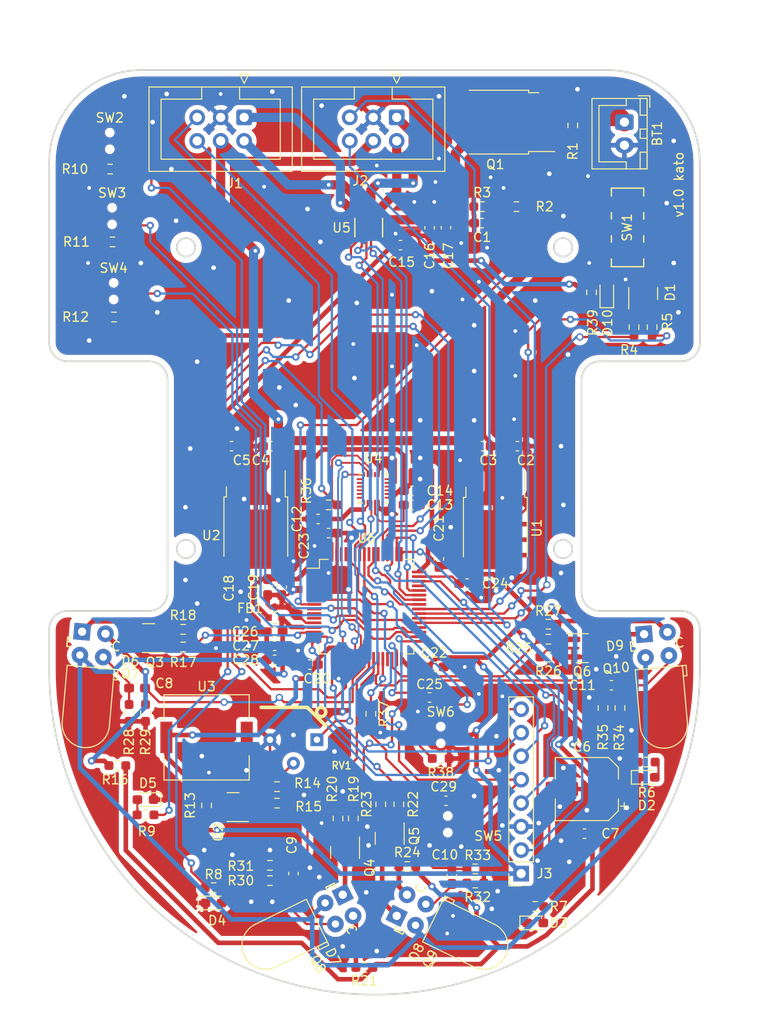
<source format=kicad_pcb>
(kicad_pcb (version 20221018) (generator pcbnew)
  (layers (0 "F.Cu" signal) (31 "B.Cu" signal) (34 "B.Paste" user) (35 "F.Paste" user) (36 "B.SilkS" user "B.Silkscreen") (37 "F.SilkS" user "F.Silkscreen") (38 "B.Mask" user) (39 "F.Mask" user) (44 "Edge.Cuts" user))
  (net 0 "")
  (net 1 "Net-(BT1-+)")
  (net 2 "GND")
  (net 3 "VBAT_AD")
  (net 4 "+BATT")
  (net 5 "+5V")
  (net 6 "+3.3V")
  (net 7 "Net-(Q7-E)")
  (net 8 "RIGHT_SIDE_AD")
  (net 9 "Net-(Q8-E)")
  (net 10 "LEFT_SIDE_AD")
  (net 11 "Net-(Q9-E)")
  (net 12 "RIGHT_FRONT_AD")
  (net 13 "Net-(Q10-E)")
  (net 14 "LEFT_FRONT_AD")
  (net 15 "Net-(U4-REGOUT)")
  (net 16 "Net-(U6-VCAP_2)")
  (net 17 "Net-(U6-VCAP_1)")
  (net 18 "+3.3VA")
  (net 19 "NRST")
  (net 20 "Net-(D1-A1)")
  (net 21 "Net-(D1-A2)")
  (net 22 "Net-(D2-A)")
  (net 23 "Net-(D3-A)")
  (net 24 "Net-(D4-A)")
  (net 25 "Net-(D5-A)")
  (net 26 "Net-(D6-K)")
  (net 27 "Net-(D6-A)")
  (net 28 "Net-(D7-K)")
  (net 29 "Net-(D7-A)")
  (net 30 "Net-(D8-K)")
  (net 31 "Net-(D8-A)")
  (net 32 "Net-(D9-K)")
  (net 33 "Net-(D9-A)")
  (net 34 "Net-(D10-A)")
  (net 35 "RIGHT_MOTOR-")
  (net 36 "RIGHT_MOTOR+")
  (net 37 "RIGHT_ENCODER_B")
  (net 38 "RIGHT_ENCODER_A")
  (net 39 "LEFT_MOTOR-")
  (net 40 "LEFT_MOTOR+")
  (net 41 "LEFT_ENCODER_B")
  (net 42 "LEFT_ENCODER_A")
  (net 43 "SWCLK")
  (net 44 "SWDIO")
  (net 45 "SWO")
  (net 46 "UART_RX")
  (net 47 "UART_TX")
  (net 48 "Net-(Q1-G)")
  (net 49 "Net-(Q2-G)")
  (net 50 "Net-(Q2-D)")
  (net 51 "Net-(Q3-G)")
  (net 52 "Net-(Q4-G)")
  (net 53 "Net-(Q5-G)")
  (net 54 "Net-(Q6-G)")
  (net 55 "BLED1")
  (net 56 "BLED0")
  (net 57 "LED3")
  (net 58 "LED2")
  (net 59 "LED1")
  (net 60 "LED0")
  (net 61 "SW0")
  (net 62 "SW1")
  (net 63 "SW2")
  (net 64 "Net-(R14-Pad1)")
  (net 65 "RIGHT_SIDE")
  (net 66 "LEFT_SIDE")
  (net 67 "RIGHT_FRONT")
  (net 68 "LEFT_FRONT")
  (net 69 "SPI1_CS")
  (net 70 "Net-(U6-PB2)")
  (net 71 "BOOT0")
  (net 72 "BUZZER")
  (net 73 "unconnected-(SW1-C-Pad3)")
  (net 81 "SPI1_MISO")
  (net 89 "SPI1_SCLK")
  (net 90 "SPI1_MOSI")
  (net 91 "PWM_R")
  (net 92 "DIR_R")
  (net 93 "PWM_L")
  (net 94 "DIR_L")
  (footprint "Resistor_SMD:R_0603_1608Metric_Pad0.98x0.95mm_HandSolder" (layer "F.Cu") (at 160.909 127.254)
    (fp_text reference "R32")
    (fp_text value "1k")
  )
  (footprint "Capacitor_SMD:C_0603_1608Metric_Pad1.08x0.95mm_HandSolder" (layer "F.Cu") (at 138.7845 80.01 180)
    (fp_text reference "C4")
    (fp_text value "1u" hide)
  )
  (footprint "LED_SMD:LED_0603_1608Metric_Pad1.05x0.95mm_HandSolder" (layer "F.Cu") (at 125.222 118.237 180)
    (fp_text reference "D5")
    (fp_text value "OSHR1608C1A" hide)
  )
  (footprint "RTLIB:TVAF06-A020B-R" (layer "F.Cu") (at 121.351 46.99 90)
    (fp_text reference "SW2")
    (fp_text value "SW_Push" hide)
  )
  (footprint "Resistor_SMD:R_0603_1608Metric_Pad0.98x0.95mm_HandSolder" (layer "F.Cu") (at 121.6475 57.912)
    (fp_text reference "R11")
    (fp_text value "10k" hide)
  )
  (footprint "RTLIB:TR-F" (layer "F.Cu") (at 179.324 102.87 -175)
    (fp_text reference "Q10")
    (fp_text value "ST-1KL3A" hide)
  )
  (footprint "Resistor_SMD:R_0603_1608Metric_Pad0.98x0.95mm_HandSolder" (layer "F.Cu") (at 129.286 101.727 180)
    (fp_text reference "R17")
    (fp_text value "100" hide)
  )
  (footprint "LED_THT:LED_D5.0mm_Horizontal_O3.81mm_Z3.0mm" (layer "F.Cu") (at 152.4 130.81 63.9)
    (fp_text reference "D8")
    (fp_text value "OS5RKA5111A" hide)
  )
  (footprint "Capacitor_SMD:C_0603_1608Metric_Pad1.08x0.95mm_HandSolder" (layer "F.Cu") (at 160.02 94.869)
    (fp_text reference "C24")
    (fp_text value "2.2u" hide)
  )
  (footprint "Package_TO_SOT_SMD:SOT-23" (layer "F.Cu") (at 134.686 119.0475 180)
    (fp_text reference "Q2")
    (fp_text value "BSS138" hide)
  )
  (footprint "Package_TO_SOT_SMD:SOT-23" (layer "F.Cu") (at 125.5545 100.772 180)
    (fp_text reference "Q3")
    (fp_text value "BSS138" hide)
  )
  (footprint "Resistor_SMD:R_0603_1608Metric_Pad0.98x0.95mm_HandSolder" (layer "F.Cu") (at 145.034 86.36)
    (fp_text reference "R36")
    (fp_text value "10k" hide)
  )
  (footprint "Connector_IDC:IDC-Header_2x03_P2.54mm_Vertical" (layer "F.Cu") (at 135.89 44.45 -90)
    (fp_text reference "J1")
    (fp_text value "Conn_02x03_Odd_Even" hide)
  )
  (footprint "Resistor_SMD:R_0603_1608Metric_Pad0.98x0.95mm_HandSolder" (layer "F.Cu") (at 123.444 108.8625 -90)
    (fp_text reference "R28")
    (fp_text value "1k" hide)
  )
  (footprint "RTLIB:IND_BOURNS_1608" (layer "F.Cu") (at 139.2417 98.552)
    (fp_text reference "FB1")
    (fp_text value "MZ1608-102Y" hide)
  )
  (footprint "Capacitor_SMD:C_0603_1608Metric_Pad1.08x0.95mm_HandSolder" (layer "F.Cu") (at 155.956 56.388 -90)
    (fp_text reference "C16")
    (fp_text value "0.1u" hide)
  )
  (footprint "Resistor_SMD:R_0603_1608Metric_Pad0.98x0.95mm_HandSolder" (layer "F.Cu") (at 138.684 127 180)
    (fp_text reference "R30")
    (fp_text value "1k")
  )
  (footprint "Package_TO_SOT_SMD:SOT-23" (layer "F.Cu") (at 179.07 63.5 90)
    (fp_text reference "D1")
    (fp_text value "KM-23ESGC" hide)
  )
  (footprint "Package_TO_SOT_SMD:TO-252-2" (layer "F.Cu") (at 137.154 88.807 -90)
    (fp_text reference "U2")
    (fp_text value "NJM2845DL1-33" hide)
  )
  (footprint "Capacitor_SMD:C_0603_1608Metric_Pad1.08x0.95mm_HandSolder" (layer "F.Cu") (at 156.972 92.202 -90)
    (fp_text reference "C21")
    (fp_text value "0.1u" hide)
  )
  (footprint "Resistor_SMD:R_0603_1608Metric_Pad0.98x0.95mm_HandSolder" (layer "F.Cu") (at 179.451 114.173)
    (fp_text reference "R6")
    (fp_text value "1k" hide)
  )
  (footprint "Capacitor_SMD:C_0603_1608Metric_Pad1.08x0.95mm_HandSolder" (layer "F.Cu") (at 165.4545 80.01)
    (fp_text reference "C2")
    (fp_text value "1u" hide)
  )
  (footprint "RTLIB:SSSS213202" (layer "F.Cu") (at 175.178 53.848)
    (fp_text reference "SW1")
    (fp_text value "SW_SPDT" hide)
  )
  (footprint "RTLIB:TR-F" (layer "F.Cu") (at 118.118828 102.60423 175)
    (fp_text reference "Q7")
    (fp_text value "ST-1KL3A" hide)
  )
  (footprint "Resistor_SMD:R_0603_1608Metric_Pad0.98x0.95mm_HandSolder" (layer "F.Cu") (at 146.05 120.269 -90)
    (fp_text reference "R20")
    (fp_text value "47k")
  )
  (footprint "LED_SMD:LED_0603_1608Metric_Pad1.05x0.95mm_HandSolder" (layer "F.Cu") (at 132.588 129.413)
    (fp_text reference "D4")
    (fp_text value "OSHR1608C1A" hide)
  )
  (footprint "Package_TO_SOT_SMD:SOT-23" (layer "F.Cu") (at 146.812 123.952 -90)
    (fp_text reference "Q4")
    (fp_text value "BSS138")
  )
  (footprint "Capacitor_SMD:C_0603_1608Metric_Pad1.08x0.95mm_HandSolder" (layer "F.Cu") (at 139.192 100.076 180)
    (fp_text reference "C26")
    (fp_text value "0.01u" hide)
  )
  (footprint "Capacitor_SMD:C_0603_1608Metric_Pad1.08x0.95mm_HandSolder" (layer "F.Cu") (at 154.0245 84.836)
    (fp_text reference "C14")
    (fp_text value "0.1u" hide)
  )
  (footprint "Capacitor_SMD:C_0603_1608Metric_Pad1.08x0.95mm_HandSolder" (layer "F.Cu") (at 156.6175 103.886 180)
    (fp_text reference "C22")
    (fp_text value "0.1u" hide)
  )
  (footprint "RTLIB:TVAF06-A020B-R" (layer "F.Cu") (at 121.605 55.118 90)
    (fp_text reference "SW3")
    (fp_text value "SW_Push" hide)
  )
  (footprint "Resistor_SMD:R_0603_1608Metric_Pad0.98x0.95mm_HandSolder" (layer "F.Cu") (at 176.5554 108.331 -90)
    (fp_text reference "R34")
    (fp_text value "1k" hide)
  )
  (footprint "Package_QFP:LQFP-64_10x10mm_P0.5mm" (layer "F.Cu") (at 149.15 97.369)
    (fp_text reference "U6")
    (fp_text value "STM32F405RGTx" hide)
  )
  (footprint "RTLIB:DRV8835" (layer "F.Cu") (at 150.872 55.372 180)
    (fp_text reference "U5")
    (fp_text value "DRV8835" hide)
  )
  (footprint "LED_THT:LED_D5.0mm_Horizontal_O3.81mm_Z3.0mm" (layer "F.Cu") (at 146.558 128.524 -63.9)
    (fp_text reference "D7")
    (fp_text value "OS5RKA5111A" hide)
  )
  (footprint "LED_SMD:LED_0603_1608Metric_Pad1.05x0.95mm_HandSolder" (layer "F.Cu") (at 167.386 131.572)
    (fp_text reference "D3")
    (fp_text value "OSHR1608C1A" hide)
  )
  (footprint "LED_SMD:LED_0603_1608Metric_Pad1.05x0.95mm_HandSolder" (layer "F.Cu") (at 179.451 115.824)
    (fp_text reference "D2")
    (fp_text value "OSHR1608C1A" hide)
  )
  (footprint "Capacitor_SMD:C_0603_1608Metric_Pad1.08x0.95mm_HandSolder" (layer "F.Cu") (at 145.034 89.408 180)
    (fp_text reference "C23")
    (fp_text value "0.1u" hide)
  )
  (footprint "Package_TO_SOT_SMD:SOT-23" (layer "F.Cu") (at 172.466 101.854)
    (fp_text reference "Q6")
    (fp_text value "BSS138" hide)
  )
  (footprint "Resistor_SMD:R_0603_1608Metric_Pad0.98x0.95mm_HandSolder" (layer "F.Cu") (at 149.606 108.966 -90)
    (fp_text reference "R37")
    (fp_text value "10k" hide)
  )
  (footprint "Resistor_SMD:R_0603_1608Metric_Pad0.98x0.95mm_HandSolder" (layer "F.Cu") (at 153.543 125.476 180)
    (fp_text reference "R24")
    (fp_text value "10 1/8W")
  )
  (footprint "Resistor_SMD:R_0603_1608Metric_Pad0.98x0.95mm_HandSolder" (layer "F.Cu") (at 168.8084 99.2632)
    (fp_text reference "R27")
    (fp_text value "10 1/8W" hide)
  )
  (footprint "Resistor_SMD:R_0603_1608Metric_Pad0.98x0.95mm_HandSolder" (layer "F.Cu") (at 125.222 119.888 180)
    (fp_text reference "R9")
    (fp_text value "1k" hide)
  )
  (footprint "Capacitor_SMD:C_0603_1608Metric_Pad1.08x0.95mm_HandSolder" (layer "F.Cu") (at 143.002 103.632)
    (fp_text reference "C20")
    (fp_text value "0.1u" hide)
  )
  (footprint "Resistor_SMD:R_0603_1608Metric_Pad0.98x0.95mm_HandSolder" (layer "F.Cu") (at 165.354 54.102 180)
    (fp_text reference "R2")
    (fp_text value "47k" hide)
  )
  (footprint "Capacitor_SMD:C_0603_1608Metric_Pad1.08x0.95mm_HandSolder" (layer "F.Cu") (at 157.734 56.388 -90)
    (fp_text reference "C17")
    (fp_text value "10u" hide)
  )
  (footprint "Resistor_SMD:R_0603_1608Metric_Pad0.98x0.95mm_HandSolder" (layer "F.Cu") (at 147.701 120.269 -90)
    (fp_text reference "R19")
    (fp_text value "100")
  )
  (footprint "Resistor_SMD:R_0603_1608Metric_Pad0.98x0.95mm_HandSolder" (layer "F.Cu") (at 152.6286 118.745 -90)
    (fp_text reference "R22")
    (fp_text value "100")
  )
  (footprint "Resistor_SMD:R_0603_1608Metric_Pad0.98x0.95mm_HandSolder" (layer "F.Cu") (at 125.222 108.8625 -90)
    (fp_text reference "R29")
    (fp_text value "10k" hide)
  )
  (footprint "Package_TO_SOT_SMD:TO-252-2" (layer "F.Cu") (at 163.067 88.86 -90)
    (fp_text reference "U1")
    (fp_text value "NJM7805SDL1" hide)
  )
  (footprint "Capacitor_SMD:C_0603_1608Metric_Pad1.08x0.95mm_HandSolder" (layer "F.Cu") (at 154.0245 86.36)
    (fp_text reference "C13")
    (fp_text value "0.1u" hide)
  )
  (footprint "Resistor_SMD:R_0603_1608Metric_Pad0.98x0.95mm_HandSolder" (layer "F.Cu") (at 161.6475 54.102 180)
    (fp_text reference "R3")
    (fp_text value "10k" hide)
  )
  (footprint "Capacitor_SMD:C_0603_1608Metric_Pad1.08x0.95mm_HandSolder" (layer "F.Cu") (at 161.6975 80.01)
    (fp_text reference "C3")
    (fp_text value "0.1u" hide)
  )
  (footprint "Package_TO_SOT_SMD:SOT-23" (layer "F.Cu") (at 151.638 122.428 -90)
    (fp_text reference "Q5")
    (fp_text value "BSS138")
  )
  (footprint "Capacitor_SMD:C_0603_1608Metric_Pad1.08x0.95mm_HandSolder" (layer "F.Cu") (at 134.5195 80.01)
    (fp_text reference "C5")
    (fp_text value "2.2u" hide)
  )
  (footprint "LED_SMD:LED_0603_1608Metric_Pad1.05x0.95mm_HandSolder" (layer "F.Cu") (at 175.133 63.373 90)
    (fp_text reference "D10")
    (fp_text value "LED" hide)
  )
  (footprint "Resistor_SMD:R_0603_1608Metric_Pad0.98x0.95mm_HandSolder" (layer "F.Cu") (at 150.6728 118.745 -90)
    (fp_text reference "R23")
    (fp_text value "47k")
  )
  (footprint "Resistor_SMD:R_0603_1608Metric_Pad0.98x0.95mm_HandSolder" (layer "F.Cu") (at 139.446 116.84 180)
    (fp_text reference "R14")
    (fp_text value "100" hide)
  )
  (footprint "Capacitor_SMD:C_0603_1608Metric_Pad1.08x0.95mm_HandSolder" (layer "F.Cu") (at 138.43 95.2489 90)
    (fp_text reference "C18")
    (fp_text value "4.7u" hide)
  )
  (footprint "Capacitor_SMD:C_0603_1608Metric_Pad1.08x0.95mm_HandSolder" (layer "F.Cu") (at 139.954 95.25 90)
    (fp_text reference "C19")
    (fp_text value "0.1u" hide)
  )
  (footprint "Resistor_SMD:R_0603_1608Metric_Pad0.98x0.95mm_HandSolder" (layer "F.Cu") (at 168.8084 100.8888)
    (fp_text reference "R25")
    (fp_text value "100" hide)
  )
  (footprint "Connector_PinSocket_2.54mm:PinSocket_1x08_P2.54mm_Vertical" (layer "F.Cu") (at 165.862 126.238 180)
    (fp_text reference "J3")
    (fp_text value "Conn_01x08" hide)
  )
  (footprint "Capacitor_SMD:C_0603_1608Metric_Pad1.08x0.95mm_HandSolder" (layer "F.Cu") (at 143.891 87.884 180)
    (fp_text reference "C12")
    (fp_text value "0.1u" hide)
  )
  (footprint "Capacitor_SMD:C_0603_1608Metric_Pad1.08x0.95mm_HandSolder" (layer "F.Cu") (at 175.6399 105.8672 180)
    (fp_text reference "C11")
    (fp_text value "0.01u" hide)
  )
  (footprint "Capacitor_SMD:C_0603_1608Metric_Pad1.08x0.95mm_HandSolder" (layer "F.Cu") (at 157.734 118.364 180)
    (fp_text reference "C29")
    (fp_text value "0.1u" hide)
  )
  (footprint "Resistor_SMD:R_0603_1608Metric_Pad0.98x0.95mm_HandSolder" (layer "F.Cu") (at 138.684 125.349 180)
    (fp_text reference "R31")
    (fp_text value "10k")
  )
  (footprint "Resistor_SMD:R_0603_1608Metric_Pad0.98x0.95mm_HandSolder" (layer "F.Cu") (at 168.8084 102.8192)
    (fp_text reference "R26")
    (fp_text value "47k" hide)
  )
  (footprint "Resistor_SMD:R_0603_1608Metric_Pad0.98x0.95mm_HandSolder" (layer "F.Cu") (at 180.0352 67.1322 90)
    (fp_text reference "R5")
    (fp_text value "1k" hide)
  )
  (footprint "Resistor_SMD:R_0603_1608Metric_Pad0.98x0.95mm_HandSolder" (layer "F.Cu") (at 167.386 129.794)
    (fp_text reference "R7")
    (fp_text value "1k" hide)
  )
  (footprint "Resistor_SMD:R_0603_1608Metric_Pad0.98x0.95mm_HandSolder" (layer "F.Cu") (at 174.7266 108.331 -90)
    (fp_text reference "R35")
    (fp_text value "10k" hide)
  )
  (footprint "RTLIB:TR-F" (layer "F.Cu") (at 154.432 131.826 -116.1)
    (fp_text reference "Q9")
    (fp_text value "ST-1KL3A" hide)
  )
  (footprint "RTLIB:TVAF06-A020B-R" (layer "F.Cu") (at 157.165 111.252 90)
    (fp_text reference "SW6")
    (fp_text value "SW_Push" hide)
  )
  (footprint "Resistor_SMD:R_0603_1608Metric_Pad0.98x0.95mm_HandSolder" (layer "F.Cu") (at 122.174 114.554 180)
    (fp_text reference "R16")
    (fp_text value "10 1/8W" hide)
  )
  (footprint "Capacitor_SMD:C_0603_1608Metric_Pad1.08x0.95mm_HandSolder" (layer "F.Cu") (at 172.72 121.92 180)
    (fp_text reference "C7")
    (fp_text value "0.1u" hide)
  )
  (footprint "Sensor_Motion:InvenSense_QFN-24_3x3mm_P0.4mm" (layer "F.Cu") (at 149.86 84.582)
    (fp_text reference "U4")
    (fp_text value "ICM-20649" hide)
  )
  (footprint "Resistor_SMD:R_0603_1608Metric_Pad0.98x0.95mm_HandSolder" (layer "F.Cu") (at 148.8948 136.398 180)
    (fp_text reference "R21")
    (fp_text value "10 1/8W")
  )
  (footprint "Connector_IDC:IDC-Header_2x03_P2.54mm_Vertical" (layer "F.Cu") (at 152.4 44.45 -90)
    (fp_text reference "J2")
    (fp_text value "Conn_02x03_Odd_Even" hide)
  )
  (footprint "Resistor_SMD:R_0603_1608Metric_Pad0.98x0.95mm_HandSolder" (layer "F.Cu") (at 173.482 63.373 90)
    (fp_text reference "R39")
    (fp_text value "1k" hide)
  )
  (footprint "RTLIB:TVAF06-A020B-R" (layer "F.Cu") (at 157.927 120.904 90)
    (fp_text reference "SW5")
    (fp_text value "SW_Push" hide)
  )
  (footprint "RTLIB:BOURNS-3362P_pot" (layer "F.Cu") (at 141.224 111.76 180)
    (fp_text reference "RV1")
    (fp_text value "10k" hide)
  )
  (footprint "RTLIB:TR-F" (layer "F.Cu") (at 144.653 129.413 116.1)
    (fp_text reference "Q8")
    (fp_text value "ST-1KL3A" hide)
  )
  (footprint "Capacitor_SMD:C_0603_1608Metric_Pad1.08x0.95mm_HandSolder" (layer "F.Cu") (at 139.192 103.124 180)
    (fp_text reference "C28")
    (fp_text value "1u" hide)
  )
  (footprint "Resistor_SMD:R_0603_1608Metric_Pad0.98x0.95mm_HandSolder" (layer "F.Cu") (at 131.826 118.872 -90)
    (fp_text reference "R13")
    (fp_text value "1k" hide)
  )
  (footprint "Capacitor_SMD:C_0603_1608Metric_Pad1.08x0.95mm_HandSolder" (layer "F.Cu") (at 124.3065 106.172)
    (fp_text reference "C8")
    (fp_text value "0.01u" hide)
  )
  (footprint "Capacitor_SMD:C_0603_1608Metric_Pad1.08x0.95mm_HandSolder" (layer "F.Cu") (at 161.6445 55.88 180)
    (fp_text reference "C1")
    (fp_text value "0.1u" hide)
  )
  (footprint "RTLIB:TVAF06-A020B-R" (layer "F.Cu") (at 121.774 63.246 90)
    (fp_text reference "SW4")
    (fp_text value "SW_Push" hide)
  )
  (footprint "Package_TO_SOT_SMD:TO-252-2" (layer "F.Cu") (at 163.362 44.958 180)
    (fp_text reference "Q1")
    (fp_text value " TJ8S06M3L" hide)
  )
  (footprint "Capacitor_SMD:C_0603_1608Metric_Pad1.08x0.95mm_HandSolder" (layer "F.Cu") (at 152.8064 58.2676)
    (fp_text reference "C15")
    (fp_text value "0.1u" hide)
  )
  (footprint "Resistor_SMD:R_0603_1608Metric_Pad0.98x0.95mm_HandSolder" (layer "F.Cu") (at 160.909 125.73)
    (fp_text reference "R33")
    (fp_text value "10k")
  )
  (footprint "Resistor_SMD:R_0603_1608Metric_Pad0.98x0.95mm_HandSolder" (layer "F.Cu") (at 157.165 113.792)
    (fp_text reference "R38")
    (fp_text value "10k" hide)
  )
  (footprint "Buzzer_Beeper:Buzzer_Murata_PKMCS0909E" (layer "F.Cu") (at 131.826 111.506)
    (fp_text reference "U3")
    (fp_text value "PKMCS0909E4000-R1" hide)
  )
  (footprint "Capacitor_SMD:C_0603_1608Metric_Pad1.08x0.95mm_HandSolder" (layer "F.Cu") (at 139.192 101.6 180)
    (fp_text reference "C27")
    (fp_text value "0.1u" hide)
  )
  (footprint "Capacitor_SMD:CP_Elec_6.3x7.7" (layer "F.Cu") (at 172.974 117.094 180)
    (fp_text reference "C6")
    (fp_text value "33u" hide)
  )
  (footprint "Resistor_SMD:R_0603_1608Metric_Pad0.98x0.95mm_HandSolder" (layer "F.Cu") (at 129.286 99.822 180)
    (fp_text reference "R18")
    (fp_text value "47k" hide)
  )
  (footprint "Capacitor_SMD:C_0603_1608Metric_Pad1.08x0.95mm_HandSolder" (layer "F.Cu") (at 141.224 126.238 90)
    (fp_text reference "C9")
    (fp_text value "0.01u")
  )
  (footprint "Capacitor_SMD:C_0603_1608Metric_Pad1.08x0.95mm_HandSolder" (layer "F.Cu") (at 155.956 107.188)
    (fp_text reference "C25")
    (fp_text value "2.2u" hide)
  )
  (footprint "Resistor_SMD:R_0603_1608Metric_Pad0.98x0.95mm_HandSolder" (layer "F.Cu") (at 171.45 45.3155 -90)
    (fp_text reference "R1")
    (fp_text value "100k" hide)
  )
  (footprint "Resistor_SMD:R_0603_1608Metric_Pad0.98x0.95mm_HandSolder" (layer "F.Cu") (at 132.588 127.762)
    (fp_text reference "R8")
    (fp_text value "1k" hide)
  )
  (footprint "Resistor_SMD:R_0603_1608Metric_Pad0.98x0.95mm_HandSolder" (layer "F.Cu") (at 121.8165 66.04)
    (fp_text reference "R12")
    (fp_text value "10k" hide)
  )
  (footprint "Connector_JST:JST_XH_B2B-XH-A_1x02_P2.50mm_Vertical" (layer "F.Cu") (at 177.038 44.958 -90)
    (fp_text reference "BT1")
    (fp_text value "Lipo 2cell 7.4V" hide)
  )
  (footprint "Resistor_SMD:R_0603_1608Metric_Pad0.98x0.95mm_HandSolder" (layer "F.Cu") (at 121.3935 50.038)
    (fp_text reference "R10")
    (fp_text value "10k" hide)
  )
  (footprint "Resistor_SMD:R_0603_1608Metric_Pad0.98x0.95mm_HandSolder" (layer "F.Cu") (at 139.446 118.618)
    (fp_text reference "R15")
    (fp_text value "47k" hide)
  )
  (footprint "Capacitor_SMD:C_0603_1608Metric_Pad1.08x0.95mm_HandSolder" (layer "F.Cu") (at 158.369 126.492 90)
    (fp_text reference "C10")
    (fp_text value "0.01u")
  )
  (footprint "LED_THT:LED_D5.0mm_Horizontal_O3.81mm_Z3.0mm" (layer "F.Cu") (at 118.357001 100.078749 -5)
    (fp_text reference "D6")
    (fp_text value "OS5RKA5111A" hide)
  )
  (footprint "Resistor_SMD:R_0603_1608Metric_Pad0.98x0.95mm_HandSolder" (layer "F.Cu") (at 178.0794 67.1322 90)
    (fp_text reference "R4")
    (fp_text value "1k" hide)
  )
  (footprint "LED_THT:LED_D5.0mm_Horizontal_O3.81mm_Z3.0mm" (layer "F.Cu") (at 179.168545 100.34539 5)
    (fp_text reference "D9")
    (fp_text value "OS5RKA5111A" hide)
  )
  (gr_line locked (start 114.8 99.827683) (end 114.8 104.127679) (stroke (width 0.2)) (layer "Edge.Cuts"))
  (gr_arc locked (start 127.6 95.827683) (mid 127.01422 97.241908) (end 125.6 97.827683) (stroke (width 0.2)) (layer "Edge.Cuts"))
  (gr_line locked (start 185.2 104.127679) (end 185.2 99.827683) (stroke (width 0.2)) (layer "Edge.Cuts"))
  (gr_arc locked (start 185.2 104.127679) (mid 150 139.327683) (end 114.8 104.127679) (stroke (width 0.2)) (layer "Edge.Cuts"))
  (gr_arc locked (start 172.4 72.827683) (mid 172.985792 71.41348) (end 174.4 70.827683) (stroke (width 0.2)) (layer "Edge.Cuts"))
  (gr_line locked (start 125.6 97.827683) (end 116.8 97.827683) (stroke (width 0.2)) (layer "Edge.Cuts"))
  (gr_line locked (start 175.2 39.327683) (end 124.8 39.327683) (stroke (width 0.2)) (layer "Edge.Cuts"))
  (gr_line locked (start 185.2 68.827683) (end 185.2 49.327683) (stroke (width 0.2)) (layer "Edge.Cuts"))
  (gr_arc locked (start 174.4 97.827683) (mid 172.985792 97.241896) (end 172.4 95.827683) (stroke (width 0.2)) (layer "Edge.Cuts"))
  (gr_circle locked (center 129.6 91.127683) (end 130.6 91.127683) (stroke (width 0.2)) (fill none) (layer "Edge.Cuts"))
  (gr_line locked (start 183.2 97.827683) (end 174.4 97.827683) (stroke (width 0.2)) (layer "Edge.Cuts"))
  (gr_line locked (start 172.4 95.827683) (end 172.4 72.827683) (stroke (width 0.2)) (layer "Edge.Cuts"))
  (gr_line locked (start 174.4 70.827683) (end 183.2 70.827683) (stroke (width 0.2)) (layer "Edge.Cuts"))
  (gr_circle locked (center 170.4 58.5) (end 171.4 58.5) (stroke (width 0.2)) (fill none) (layer "Edge.Cuts"))
  (gr_circle locked (center 170.4 91.127683) (end 171.4 91.127683) (stroke (width 0.2)) (fill none) (layer "Edge.Cuts"))
  (gr_arc locked (start 183.2 97.827683) (mid 184.61422 98.413468) (end 185.2 99.827683) (stroke (width 0.2)) (layer "Edge.Cuts"))
  (gr_arc locked (start 185.2 68.827683) (mid 184.61422 70.241908) (end 183.2 70.827683) (stroke (width 0.2)) (layer "Edge.Cuts"))
  (gr_arc locked (start 116.8 70.827683) (mid 115.385792 70.241896) (end 114.8 68.827683) (stroke (width 0.2)) (layer "Edge.Cuts"))
  (gr_line locked (start 116.8 70.827683) (end 125.6 70.827683) (stroke (width 0.2)) (layer "Edge.Cuts"))
  (gr_arc locked (start 114.8 49.327683) (mid 117.728938 42.256626) (end 124.8 39.327683) (stroke (width 0.2)) (layer "Edge.Cuts"))
  (gr_line locked (start 114.8 49.327683) (end 114.8 68.827683) (stroke (width 0.2)) (layer "Edge.Cuts"))
  (gr_circle locked (center 129.6 58.5) (end 130.6 58.5) (stroke (width 0.2)) (fill none) (layer "Edge.Cuts"))
  (gr_arc locked (start 125.6 70.827683) (mid 127.01422 71.413468) (end 127.6 72.827683) (stroke (width 0.2)) (layer "Edge.Cuts"))
  (gr_arc locked (start 175.2 39.327683) (mid 182.271074 42.256614) (end 185.2 49.327683) (stroke (width 0.2)) (layer "Edge.Cuts"))
  (gr_line locked (start 127.6 72.827683) (end 127.6 95.827683) (stroke (width 0.2)) (layer "Edge.Cuts"))
  (gr_arc locked (start 114.8 99.827683) (mid 115.385792 98.41348) (end 116.8 97.827683) (stroke (width 0.2)) (layer "Edge.Cuts"))
  (gr_text "v1.0 kato" (at 183.515 55.372 90) (layer "F.SilkS") (effects (font (size 1 1)) (justify left bottom)))
  (segment (start 177.038 44.958) (end 176.483 44.403) (width 2) (layer "F.Cu") (net 1))
  (segment (start 170.127 44.403) (end 168.402 42.678) (width 2) (layer "F.Cu") (net 1))
  (segment (start 176.483 44.403) (end 171.45 44.403) (width 2) (layer "F.Cu") (net 1))
  (segment (start 171.45 44.403) (end 170.127 44.403) (width 2) (layer "F.Cu") (net 1))
  (segment (start 148.122 55.972) (end 148.522 56.372) (width 0.25) (layer "F.Cu") (net 2))
  (segment (start 140.6155 96.1125) (end 141.224 95.504) (width 0.25) (layer "F.Cu") (net 2))
  (segment (start 155.0775 56.372) (end 149.372 56.372) (width 0.25) (layer "F.Cu") (net 2))
  (segment (start 154.94 83.566) (end 154.94 84.783) (width 0.5) (layer "F.Cu") (net 2))
  (segment (start 162.56 80.01) (end 162.56 79.629) (width 0.5) (layer "F.Cu") (net 2))
  (segment (start 161.8215 125.73) (end 161.8215 127.254) (width 0.25) (layer "F.Cu") (net 2))
  (segment (start 150.46 86.082) (end 150.46 86.452) (width 0.2) (layer "F.Cu") (net 2))
  (segment (start 123.444 109.775) (end 125.222 109.775) (width 0.25) (layer "F.Cu") (net 2))
  (segment (start 148.122 55.372) (end 148.122 55.972) (width 0.25) (layer "F.Cu") (net 2))
  (segment (start 151.679893 81.28) (end 150.552893 82.407) (width 0.5) (layer "F.Cu") (net 2))
  (segment (start 146.558 108.712) (end 141.732 108.712) (width 0.25) (layer "F.Cu") (net 2))
  (segment (start 145.9 104.9315) (end 146.1245 105.156) (width 0.25) (layer "F.Cu") (net 2))
  (segment (start 137.154 90.067) (end 137.154 81.782) (width 0.25) (layer "F.Cu") (net 2))
  (segment (start 143.51 90.805) (end 142.772 90.067) (width 0.25) (layer "F.Cu") (net 2))
  (segment (start 145.034 93.726) (end 146.812 95.504) (width 0.25) (layer "F.Cu") (net 2))
  (segment (start 138.3295 101.6) (end 138.3295 103.124) (width 0.25) (layer "F.Cu") (net 2))
  (segment (start 138.4311 96.1125) (end 138.43 96.1114) (width 0.25) (layer "F.Cu") (net 2))
  (segment (start 138.3295 100.076) (end 137.414 100.076) (width 0.25) (layer "F.Cu") (net 2))
  (segment (start 155.702 119.5335) (end 155.702 120.904) (width 0.25) (layer "F.Cu") (net 2))
  (segment (start 150.6728 121.4753) (end 150.688 121.4905) (width 0.25) (layer "F.Cu") (net 2))
  (segment (start 177.038 47.458) (end 177.038 51.308) (width 0.25) (layer "F.Cu") (net 2))
  (segment (start 166.317 80.01) (end 166.878 80.571) (width 0.25) (layer "F.Cu") (net 2))
  (segment (start 154.887 84.836) (end 154.887 86.36) (width 0.25) (layer "F.Cu") (net 2))
  (segment (start 164.846 94.234) (end 164.846 91.899) (width 0.5) (layer "F.Cu") (net 2))
  (segment (start 150.6728 119.6575) (end 150.6728 121.4753) (width 0.25) (layer "F.Cu") (net 2))
  (segment (start 142.772 90.067) (end 137.154 90.067) (width 0.25) (layer "F.Cu") (net 2))
  (segment (start 160.8825 94.869) (end 162.3955 94.869) (width 0.5) (layer "F.Cu") (net 2))
  (segment (start 137.154 81.782) (end 135.382 80.01) (width 0.25) (layer "F.Cu") (net 2))
  (segment (start 171.5285 102.804) (end 169.7361 102.804) (width 0.25) (layer "F.Cu") (net 2))
  (segment (start 154.94 77.216) (end 151.892 77.216) (width 0.5) (layer "F.Cu") (net 2))
  (segment (start 141.224 92.456) (end 139.543 92.456) (width 0.25) (layer "F.Cu") (net 2))
  (segment (start 151.876 83.582) (end 151.892 83.566) (width 0.2) (layer "F.Cu") (net 2))
  (segment (start 151.892 87.376) (end 151.323 86.807) (width 0.5) (layer "F.Cu") (net 2))
  (segment (start 162.142 105.955) (end 172.757 105.955) (width 0.5) (layer "F.Cu") (net 2))
  (segment (start 166.878 86.309) (end 163.067 90.12) (width 0.25) (layer "F.Cu") (net 2))
  (segment (start 145.8965 89.408) (end 147.0035 89.408) (width 0.25) (layer "F.Cu") (net 2))
  (segment (start 145.9 91.694) (end 145.9 92.86) (width 0.25) (layer "F.Cu") (net 2))
  (segment (start 160.782 77.851) (end 160.782 77.216) (width 0.5) (layer "F.Cu") (net 2))
  (segment (start 137.414 100.076) (end 136.144 98.806) (width 0.25) (layer "F.Cu") (net 2))
  (segment (start 151.323 86.807) (end 150.622 86.807) (width 0.5) (layer "F.Cu") (net 2))
  (segment (start 145.8965 91.6905) (end 145.9 91.694) (width 0.25) (layer "F.Cu") (net 2))
  (segment (start 170.274 117.094) (end 171.8575 118.6775) (width 0.25) (layer "F.Cu") (net 2))
  (segment (start 157.48 103.886) (end 159.766 103.886) (width 0.5) (layer "F.Cu") (net 2))
  (segment (start 162.56 80.01) (end 162.56 89.613) (width 0.25) (layer "F.Cu") (net 2))
  (segment (start 137.154 80.778) (end 137.922 80.01) (width 0.25) (layer "F.Cu") (net 2))
  (segment (start 162.56 79.629) (end 160.782 77.851) (width 0.5) (layer "F.Cu") (net 2))
  (segment (start 151.36 83.582) (end 151.876 83.582) (width 0.2) (layer "F.Cu") (net 2))
  (segment (start 173.228 107.188) (end 173.736 108.2529) (width 0.5) (layer "F.Cu") (net 2))
  (segment (start 155.956 57.2505) (end 155.0775 56.372) (width 0.25) (layer "F.Cu") (net 2))
  (segment (start 163.576 114.935) (end 163.449 115.062) (width 0.5) (layer "F.Cu") (net 2))
  (segment (start 139.954 96.1125) (end 138.4311 96.1125) (width 0.25) (layer "F.Cu") (net 2))
  (segment (start 155.2945 108.712) (end 156.8185 107.188) (width 0.5) (layer "F.Cu") (net 2))
  (segment (start 148.522 56.372) (end 149.372 56.372) (width 0.25) (layer "F.Cu") (net 2))
  (segment (start 142.1395 102.5155) (end 141.732 102.108) (width 0.25) (layer "F.Cu") (net 2))
  (segment (start 150.46 83.082) (end 150.46 82.712) (width 0.2) (layer "F.Cu") (net 2))
  (segment (start 162.56 89.613) (end 163.067 90.12) (width 0.25) (layer "F.Cu") (net 2))
  (segment (start 150.46 82.712) (end 150.622 82.55) (width 0.2) (layer "F.Cu") (net 2))
  (segment (start 157.734 57.2505) (end 155.956 57.2505) (width 0.25) (layer "F.Cu") (net 2))
  (segment (start 149.606 109.967586) (end 150.628611 110.990197) (width 0.5) (layer "F.Cu") (net 2))
  (segment (start 138.3295 100.076) (end 138.3295 101.6) (width 0.25) (layer "F.Cu") (net 2))
  (segment (start 139.954 96.497) (end 142.576 99.119) (width 0.25) (layer "F.Cu") (net 2))
  (segment (start 141.732 108.712) (end 138.684 111.76) (width 0.25) (layer "F.Cu") (net 2))
  (segment (start 149.606 109.8785) (end 149.606 109.967586) (width 0.25) (layer "F.Cu") (net 2))
  (segment (start 145.9 103.044) (end 145.9 104.9315) (width 0.25) (layer "F.Cu") (net 2))
  (segment (start 137.7715 127) (end 137.7715 125.349) (width 0.25) (layer "F.Cu") (net 2))
  (segment (start 145.9 92.86) (end 145.034 93.726) (width 0.25) (layer "F.Cu") (net 2))
  (segment (start 147.0035 89.408) (end 147.5115 89.916) (width 0.25) (layer "F.Cu") (net 2))
  (segment (start 169.7361 102.804) (end 169.7209 102.8192) (width 0.25) (layer "F.Cu") (net 2))
  (segment (start 157.1995 106.807) (end 156.8185 107.188) (width 0.5) (layer "F.Cu") (net 2))
  (segment (start 163.195 111.379) (end 163.576 111.76) (width 0.5) (layer "F.Cu") (net 2))
  (segment (start 166.878 80.571) (end 166.878 86.309) (width 0.25) (layer "F.Cu") (net 2))
  (segment (start 162.3955 94.869) (end 163.1575 95.631) (width 0.5) (layer "F.Cu") (net 2))
  (segment (start 160.735 54.102) (end 160.735 55.833) (width 0.25) (layer "F.Cu") (net 2))
  (segment (start 139.543 92.456) (end 137.154 90.067) (width 0.25) (layer "F.Cu") (net 2))
  (segment (start 151.892 81.28) (end 151.892 83.482) (width 0.5) (layer "F.Cu") (net 2))
  (segment (start 171.8575 118.6775) (end 171.8575 121.92) (width 0.25) (layer "F.Cu") (net 2))
  (segment (start 139.954 96.1125) (end 140.6155 96.1125) (width 0.25) (layer "F.Cu") (net 2))
  (segment (start 146.812 95.504) (end 147.193 95.504) (width 0.25) (layer "F.Cu") (net 2))
  (segment (start 173.228 106.426) (end 173.228 107.188) (width 0.5) (layer "F.Cu") (net 2))
  (segment (start 142.1395 103.632) (end 142.1395 102.5155) (width 0.25) (layer "F.Cu") (net 2))
  (segment (start 178.576 115.824) (end 178.562 115.824) (width 0.5) (layer "F.Cu") (net 2))
  (segment (start 150.46 86.452) (end 150.622 86.614) (width 0.2) (layer "F.Cu") (net 2))
  (segment (start 135.6235 118.0975) (end 138.684 115.037) (width 0.25) (layer "F.Cu") (net 2))
  (segment (start 173.736 108.2529) (end 174.7266 109.2435) (width 0.5) (layer "F.Cu") (net 2))
  (segment (start 154.94 84.783) (end 154.887 84.836) (width 0.5) (layer "F.Cu") (net 2))
  (segment (start 177.038 51.308) (end 179.578 53.848) (width 0.25) (layer "F.Cu") (net 2))
  (segment (start 163.576 111.76) (end 163.576 114.935) (width 0.5) (layer "F.Cu") (net 2))
  (segment (start 164.846 91.899) (end 163.067 90.12) (width 0.5) (layer "F.Cu") (net 2))
  (segment (start 175.178 53.848) (end 179.578 53.848) (width 0.25) (layer "F.Cu") (net 2))
  (segment (start 174.7266 109.2435) (end 176.5554 109.2435) (width 0.25) (layer "F.Cu") (net 2))
  (segment (start 139.954 96.1125) (end 139.954 96.497) (width 0.25) (layer "F.Cu") (net 2))
  (segment (start 178.562 115.824) (end 176.53 113.792) (width 0.5) (layer "F.Cu") (net 2))
  (segment (start 161.29 106.807) (end 162.142 105.955) (width 0.5) (layer "F.Cu") (net 2))
  (segment (start 156.8715 118.364) (end 155.702 119.5335) (width 0.25) (layer "F.Cu") (net 2))
  (segment (start 138.684 115.037) (end 138.684 111.76) (width 0.25) (layer "F.Cu") (net 2))
  (segment (start 172.757 105.955) (end 173.228 106.426) (width 0.5) (layer "F.Cu") (net 2))
  (segment (start 142.576 99.119) (end 143.475 99.119) (width 0.25) (layer "F.Cu") (net 2))
  (segment (start 145.862 121.3695) (end 146.05 121.1815) (width 0.25) (layer "F.Cu") (net 2))
  (segment (start 145.862 123.0145) (end 145.862 121.3695) (width 0.25) (layer "F.Cu") (net 2))
  (segment (start 151.892 81.28) (end 151.679893 81.28) (width 0.5) (layer "F.Cu") (net 2))
  (segment (start 145.8965 89.408) (end 145.8965 91.6905) (width 0.25) (layer "F.Cu") (net 2))
  (segment (start 154.686 108.712) (end 155.2945 108.712) (width 0.5) (layer "F.Cu") (net 2))
  (segment (start 137.154 90.067) (end 137.154 80.778) (width 0.25) (layer "F.Cu") (net 2))
  (segment (start 160.735 55.833) (end 160.782 55.88) (width 0.25) (layer "F.Cu") (net 2))
  (segment (start 161.29 106.807) (end 157.1995 106.807) (width 0.5) (layer "F.Cu") (net 2))
  (segment (start 126.492 99.822) (end 128.3735 99.822) (width 0.25) (layer "F.Cu") (net 2))
  (via (at 156.972 42.164) (size 0.8) (drill 0.5) (layers "F.Cu" "B.Cu") (net 2))
  (via (at 167.767 120.777) (size 0.8) (drill 0.5) (layers "F.Cu" "B.Cu") (net 2))
  (via (at 119.126 68.58) (size 0.8) (drill 0.5) (layers "F.Cu" "B.Cu") (net 2))
  (via (at 159.258 81.534) (size 0.8) (drill 0.4) (layers "F.Cu" "B.Cu") (net 2))
  (via (at 132.588 60.706) (size 0.8) (drill 0.5) (layers "F.Cu" "B.Cu") (net 2))
  (via (at 161.544 96.393) (size 0.8) (drill 0.4) (layers "F.Cu" "B.Cu") (net 2))
  (via (at 145.669 113.03) (size 0.8) (drill 0.5) (layers "F.Cu" "B.Cu") (net 2))
  (via (at 154.94 77.216) (size 0.8) (drill 0.5) (layers "F.Cu" "B.Cu") (net 2))
  (via (at 144.272 43.18) (size 0.8) (drill 0.5) (layers "F.Cu" "B.Cu") (net 2))
  (via (at 173.101 50.8) (size 0.8) (drill 0.4) (layers "F.Cu" "B.Cu") (net 2))
  (via (at 146.558 117.348) (size 0.8) (drill 0.5) (layers "F.Cu" "B.Cu") (net 2))
  (via (at 149.352 123.19) (size 0.8) (drill 0.5) (layers "F.Cu" "B.Cu") (net 2))
  (via (at 138.938 129.286) (size 0.8) (drill 0.5) (layers "F.Cu" "B.Cu") (net 2))
  (via (at 170.434 114.808) (size 0.8) (drill 0.5) (layers "F.Cu" "B.Cu") (net 2))
  (via (at 122.936 42.164) (size 0.8) (drill 0.5) (layers "F.Cu" "B.Cu") (net 2))
  (via (at 136.652 129.286) (size 0.8) (drill 0.5) (layers "F.Cu" "B.Cu") (net 2))
  (via (at 136.398 101.6) (size 0.8) (drill 0.5) (layers "F.Cu" "B.Cu") (net 2))
  (via (at 161.29 62.23) (size 0.8) (drill 0.4) (layers "F.Cu" "B.Cu") (net 2))
  (via (at 147.5115 89.916) (size 0.8) (drill 0.5) (layers "F.Cu" "B.Cu") (net 2))
  (via (at 158.496 130.81) (size 0.8) (drill 0.4) (layers "F.Cu" "B.Cu") (net 2))
  (via (at 139.573 85.852) (size 0.8) (drill 0.5) (layers "F.Cu" "B.Cu") (net 2))
  (via (at 163.83 85.598) (size 0.8) (drill 0.4) (layers "F.Cu" "B.Cu") (net 2))
  (via (at 159.766 103.886) (size 0.8) (drill 0.4) (layers "F.Cu" "B.Cu") (net 2))
  (via (at 162.687 130.048) (size 0.8) (drill 0.5) (layers "F.Cu" "B.Cu") (net 2))
  (via (at 128.524 55.626) (size 0.8) (drill 0.5) (layers "F.Cu" "B.Cu") (net 2))
  (via (at 135.128 78.105) (size 0.8) (drill 0.5) (layers "F.Cu" "B.Cu") (net 2))
  (via (at 138.684 123.698) (size 0.8) (drill 0.5) (layers "F.Cu" "B.Cu") (net 2))
  (via (at 170.434 86.36) (size 0.8) (drill 0.5) (layers "F.Cu" "B.Cu") (net 2))
  (via (at 144.145 57.912) (size 0.8) (drill 0.5) (layers "F.Cu" "B.Cu") (net 2))
  (via (at 129.54 86.614) (size 0.8) (drill 0.5) (layers "F.Cu" "B.Cu") (net 2))
  (via (at 142.748 54.356) (size 0.8) (drill 0.5) (layers "F.Cu" "B.Cu") (net 2))
  (via (at 150.628611 110.990197) (size 0.8) (drill 0.4) (layers "F.Cu" "B.Cu") (net 2))
  (via (at 154.305 53.594) (size 0.8) (drill 0.4) (layers "F.Cu" "B.Cu") (net 2))
  (via (at 146.1245 105.156) (size 0.8) (drill 0.4) (layers "F.Cu" "B.Cu") (net 2))
  (via (at 135.509 95.758) (size 0.8) (drill 0.5) (layers "F.Cu" "B.Cu") (net 2))
  (via (at 167.64 124.841) (size 0.8) (drill 0.5) (layers "F.Cu" "B.Cu") (net 2))
  (via (at 170.942 70.104) (size 0.8) (drill 0.5) (layers "F.Cu" "B.Cu") (net 2))
  (via (at 149.098 128.27) (size 0.8) (drill 0.5) (layers "F.Cu" "B.Cu") (net 2))
  (via (at 144.272 120.777) (size 0.8) (drill 0.4) (layers "F.Cu" "B.Cu") (net 2))
  (via (at 150.241 49.657) (size 0.8) (drill 0.4) (layers "F.Cu" "B.Cu") (net 2))
  (via (at 168.91 50.546) (size 0.8) (drill 0.5) (layers "F.Cu" "B.Cu") (net 2))
  (via (at 150.241 134.62) (size 0.8) (drill 0.5) (layers "F.Cu" "B.Cu") (net 2))
  (via (at 177.292 119.126) (size 0.8) (drill 0.5) (layers "F.Cu" "B.Cu") (net 2))
  (via (at 163.449 115.062) (size 0.8) (drill 0.5) (layers "F.Cu" "B.Cu") (net 2))
  (via (at 173.228 107.188) (size 0.8) (drill 0.5) (layers "F.Cu" "B.Cu") (net 2))
  (via (at 130.81 97.028) (size 0.8) (drill 0.5) (layers "F.Cu" "B.Cu") (net 2))
  (via (at 129.54 94.488) (size 0.8) (drill 0.5) (layers "F.Cu" "B.Cu") (net 2))
  (via (at 131.572 123.698) (size 0.8) (drill 0.5) (layers "F.Cu" "B.Cu") (net 2))
  (via (at 131.318 113.538) (size 0.8) (drill 0.5) (layers "F.Cu" "B.Cu") (net 2))
  (via (at 182.372 46.99) (size 0.8) (drill 0.5) (layers "F.Cu" "B.Cu") (net 2))
  (via (at 160.782 117.856) (size 0.8) (drill 0.5) (layers "F.Cu" "B.Cu") (net 2))
  (via (at 181.61 53.721) (size 0.8) (drill 0.5) (layers "F.Cu" "B.Cu") (net 2))
  (via (at 170.18 122.682) (size 0.8) (drill 0.5) (layers "F.Cu" "B.Cu") (net 2))
  (via (at 151.892 81.28) (size 0.8) (drill 0.5) (layers "F.Cu" "B.Cu") (net 2))
  (via (at 141.224 111.252) (size 0.8) (drill 0.5) (layers "F.Cu" "B.Cu") (net 2))
  (via (at 141.478 75.565) (size 0.8) (drill 0.5) (layers "F.Cu" "B.Cu") (net 2))
  (via (at 125.984 44.958) (size 0.8) (drill 0.5) (layers "F.Cu" "B.Cu") (net 2))
  (via (at 170.18 80.01) (size 0.8) (drill 0.5) (layers "F.Cu" "B.Cu") (net 2))
  (via (at 173.99 104.14) (size 0.8) (drill 0.5) (layers "F.Cu" "B.Cu") (net 2))
  (via (at 136.144 98.806) (size 0.8) (drill 0.4) (layers "F.Cu" "B.Cu") (net 2))
  (via (at 160.782 66.929) (size 0.8) (drill 0.5) (layers "F.Cu" "B.Cu") (net 2))
  (via (at 163.83 121.031) (size 0.8) (drill 0.5) (layers "F.Cu" "B.Cu") (net 2))
  (via (at 159.385 58.039) (size 0.8) (drill 0.4) (layers "F.Cu" "B.Cu") (net 2))
  (via (at 171.069 124.968) (size 0.8) (drill 0.5) (layers "F.Cu" "B.Cu") (net 2))
  (via (at 124.714 60.198) (size 0.8) (drill 0.5) (layers "F.Cu" "B.Cu") (net 2))
  (via (at 134.62 124.206) (size 0.8) (drill 0.5) (layers "F.Cu" "B.Cu") (net 2))
  (via (at 170.434 55.118) (size 0.8) (drill 0.5) (layers "F.Cu" "B.Cu") (net 2))
  (via (at 130.048 80.264) (size 0.8) (drill 0.5) (layers "F.Cu" "B.Cu") (net 2))
  (via (at 160.782 77.216) (size 0.8) (drill 0.5) (layers "F.Cu" "B.Cu") (net 2))
  (via (at 159.385 123.317) (size 0.8) (drill 0.5) (layers "F.Cu" "B.Cu") (net 2))
  (via (at 130.81 70.866) (size 0.8) (drill 0.5) (layers "F.Cu" "B.Cu") (net 2))
  (via (at 165.1 77.089) (size 0.8) (drill 0.4) (layers "F.Cu" "B.Cu") (net 2))
  (via (at 158.242 88.773) (size 0.8) (drill 0.5) (layers "F.Cu" "B.Cu") (net 2))
  (via (at 177.8 110.744) (size 0.8) (drill 0.5) (layers "F.Cu" "B.Cu") (net 2))
  (via (at 171.958 41.402) (size 0.8) (drill 0.5) (layers "F.Cu" "B.Cu") (net 2))
  (via (at 152.273 57.023) (size 0.8) (drill 0.4) (layers "F.Cu" "B.Cu") (net 2))
  (via (at 167.386 64.262) (size 0.8) (drill 0.5) (layers "F.Cu" "B.Cu") (net 2))
  (via (at 147.701 68.961) (size 0.8) (drill 0.4) (layers "F.Cu" "B.Cu") (net 2))
  (via (at 162.179 58.547) (size 0.8) (drill 0.4) (layers "F.Cu" "B.Cu") (net 2))
  (via (at 163.957 52.07) (size 0.8) (drill 0.4) (layers "F.Cu" "B.Cu") (net 2))
  (via (at 163.195 111.379) (size 0.8) (drill 0.5) (layers "F.Cu" "B.Cu") (net 2))
  (via (at 148.082 64.516) (size 0.8) (drill 0.5) (layers "F.Cu" "B.Cu") (net 2))
  (via (at 159.512 64.135) (size 0.8) (drill 0.4) (layers "F.Cu" "B.Cu") (net 2))
  (via (at 172.974 119.38) (size 0.8) (drill 0.5) (layers "F.Cu" "B.Cu") (net 2))
  (via (at 162.56 50.927) (size 0.8) (drill 0.4) (layers "F.Cu" "B.Cu") (net 2))
  (via (at 133.35 41.91) (size 0.8) (drill 0.4) (layers "F.Cu" "B.Cu") (net 2))
  (via (at 139.7 73.66) (size 0.8) (drill 0.5) (layers "F.Cu" "B.Cu") (net 2))
  (via (at 141.224 92.456) (size 0.8) (drill 0.4) (layers "F.Cu" "B.Cu") (net 2))
  (via (at 156.21 63.246) (size 0.8) (drill 0.5) (layers "F.Cu" "B.Cu") (net 2))
  (via (at 127.508 41.91) (size 0.8) (drill 0.5) (layers "F.Cu" "B.Cu") (net 2))
  (via (at 141.732 102.108) (size 0.8) (drill 0.4) (layers "F.Cu" "B.Cu") (net 2))
  (via (at 182.372 60.198) (size 0.8) (drill 0.5) (layers "F.Cu" "B.Cu") (net 2))
  (via (at 151.892 63.627) (size 0.8) (drill 0.4) (layers "F.Cu" "B.Cu") (net 2))
  (via (at 164.846 94.234) (size 0.8) (drill 0.5) (layers "F.Cu" "B.Cu") (net 2))
  (via (at 163.322 128.143) (size 0.8) (drill 0.5) (layers "F.Cu" "B.Cu") (net 2))
  (via (at 182.88 65.532) (size 0.8) (drill 0.5) (layers "F.Cu" "B.Cu") (net 2))
  (via (at 143.002 125.603) (size 0.8) (drill 0.5) (layers "F.Cu" "B.Cu") (net 2))
  (via (at 155.956 123.19) (size 0.8) (drill 0.5) (layers "F.Cu" "B.Cu") (net 2))
  (via (at 146.558 108.712) (size 0.8) (drill 0.4) (layers "F.Cu" "B.Cu") (net 2))
  (via (at 132.08 115.316) (size 0.8) (drill 0.4) (layers "F.Cu" "B.Cu") (net 2))
  (via (at 170.18 93.726) (size 0.8) (drill 0.5) (layers "F.Cu" "B.Cu") (net 2))
  (via (at 146.558 134.112) (size 0.8) (drill 0.5) (layers "F.Cu" "B.Cu") (net 2))
  (via (at 147.193 95.504) (size 0.8) (drill 0.5) (layers "F.Cu" "B.Cu") (net 2))
  (via (at 154.94 83.566) (size 0.8) (drill 0.5) (layers "F.Cu" "B.Cu") (net 2))
  (via (at 132.842 101.854) (size 0.8) (drill 0.4) (layers "F.Cu" "B.Cu") (net 2))
  (via (at 165.227 72.39) (size 0.8) (drill 0.4) (layers "F.Cu" "B.Cu") (net 2))
  (via (at 151.892 71.374) (size 0.8) (drill 0.4) (layers "F.Cu" "B.Cu") (net 2))
  (via (at 160.782 71.882) (size 0.8) (drill 0.5) (layers "F.Cu" "B.Cu") (net 2))
  (via (at 176.53 113.792) (size 0.8) (drill 0.5) (layers "F.Cu" "B.Cu") (net 2))
  (via (at 156.591 51.435) (size 0.8) (drill 0.4) (layers "F.Cu" "B.Cu") (net 2))
  (via (at 176.149 102.743) (size 0.8) (drill 0.5) (layers "F.Cu" "B.Cu") (net 2))
  (via (at 170.053 118.999) (size 0.8) (drill 0.5) (layers "F.Cu" "B.Cu") (net 2))
  (via (at 151.892 77.216) (size 0.8) (drill 0.5) (layers "F.Cu" "B.Cu") (net 2))
  (via (at 140.716 64.262) (size 0.8) (drill 0.5) (layers "F.Cu" "B.Cu") (net 2))
  (via (at 157.861 132.715) (size 0.8) (drill 0.4) (layers "F.Cu" "B.Cu") (net 2))
  (via (at 138.049 51.943) (size 0.8) (drill 0.4) (layers "F.Cu" "B.Cu") (net 2))
  (via (at 147.828 72.644) (size 0.8) (drill 0.5) (layers "F.Cu" "B.Cu") (net 2))
  (via (at 156.972 48.895) (size 0.8) (drill 0.4) (layers "F.Cu" "B.Cu") (net 2))
  (via (at 144.018 126.619) (size 0.8) (drill 0.5) (layers "F.Cu" "B.Cu") (net 2))
  (via (at 165.227 67.564) (size 0.8) (drill 0.4) (layers "F.Cu" "B.Cu") (net 2))
  (via (at 126.492 65.532) (size 0.8) (drill 0.5) (layers "F.Cu" "B.Cu") (net 2))
  (via (at 161.29 106.807) (size 0.8) (drill 0.4) (layers "F.Cu" "B.Cu") (net 2))
  (via (at 154.559 69.088) (size 0.8) (drill 0.4) (layers "F.Cu" "B.Cu") (net 2))
  (via (at 163.1575 95.631) (size 0.8) (drill 0.5) (layers "F.Cu" "B.Cu") (net 2))
  (via (at 142.367 117.729) (size 0.8) (drill 0.5) (layers "F.Cu" "B.Cu") (net 2))
  (via (at 173.228 60.198) (size 0.8) (drill 0.4) (layers "F.Cu" "B.Cu") (net 2))
  (via (at 136.144 115.062) (size 0.8) (drill 0.5) (layers "F.Cu" "B.Cu") (net 2))
  (via (at 151.892 87.376) (size 0.8) (drill 0.5) (layers "F.Cu" "B.Cu") (net 2))
  (via (at 154.94 81.28) (size 0.8) (drill 0.5) (layers "F.Cu" "B.Cu") (net 2))
  (via (at 145.034 93.726) (size 0.8) (drill 0.4) (layers "F.Cu" "B.Cu") (net 2))
  (via (at 128.016 50.038) (size 0.8) (drill 0.5) (layers "F.Cu" "B.Cu") (net 2))
  (via (at 119.126 52.07) (size 0.8) (drill 0.4) (layers "F.Cu" "B.Cu") (net 2))
  (via (at 141.224 95.504) (size 0.8) (drill 0.4) (layers "F.Cu" "B.Cu") (net 2))
  (via (at 156.464 53.594) (size 0.8) (drill 0.4) (layers "F.Cu" "B.Cu") (net 2))
  (via (at 163.83 107.061) (size 0.8) (drill 0.4) (layers "F.Cu" "B.Cu") (net 2))
  (via (at 118.999 60.198) (size 0.8) (drill 0.4) (layers "F.Cu" "B.Cu") (net 2))
  (via (at 177.165 61.976) (size 0.8) (drill 0.4) (layers "F.Cu" "B.Cu") (net 2))
  (via (at 149.225 121.158) (size 0.8) (drill 0.5) (layers "F.Cu" "B.Cu") (net 2))
  (via (at 143.51 90.805) (size 0.8) (drill 0.4) (layers "F.Cu" "B.Cu") (net 2))
  (via (at 135.89 85.725) (size 0.8) (drill 0.5) (layers "F.Cu" "B.Cu") (net 2))
  (via (at 138.938 41.656) (size 0.8) (drill 0.5) (layers "F.Cu" "B.Cu") (net 2))
  (via (at 154.686 108.712) (size 0.8) (drill 0.4) (layers "F.Cu" "B.Cu") (net 2))
  (segment (start 154.312803 110.990197) (end 154.686 110.617) (width 0.5) (layer "B.Cu") (net 2))
  (segment (start 145.034 92.329) (end 145.034 93.726) (width 0.25) (layer "B.Cu") (net 2))
  (segment (start 143.51 90.805) (end 145.034 92.329) (width 0.25) (layer "B.Cu") (net 2))
  (segment (start 161.29 105.41) (end 159.766 103.886) (width 0.5) (layer "B.Cu") (net 2))
  (segment (start 141.224 95.504) (end 141.224 92.456) (width 0.25) (layer "B.Cu") (net 2))
  (segment (start 163.449 95.631) (end 164.846 94.234) (width 0.5) (layer "B.Cu") (net 2))
  (segment (start 154.94 81.28) (end 154.94 77.216) (width 0.5) (layer "B.Cu") (net 2))
  (segment (start 147.447 95.25) (end 147.447 89.9805) (width 0.25) (layer "B.Cu") (net 2))
  (segment (start 147.447 89.9805) (end 147.5115 89.916) (width 0.25) (layer "B.Cu") (net 2))
  (segment (start 146.1245 105.156) (end 146.558 105.5895) (width 0.25) (layer "B.Cu") (net 2))
  (segment (start 161.29 106.807) (end 161.29 105.41) (width 0.5) (layer "B.Cu") (net 2))
  (segment (start 154.686 110.617) (end 154.686 108.712) (width 0.5) (layer "B.Cu") (net 2))
  (segment (start 147.193 95.504) (end 147.447 95.25) (width 0.25) (layer "B.Cu") (net 2))
  (segment (start 163.1575 95.631) (end 163.449 95.631) (width 0.5) (layer "B.Cu") (net 2))
  (segment (start 146.558 105.5895) (end 146.558 108.712) (width 0.25) (layer "B.Cu") (net 2))
  (segment (start 150.628611 110.990197) (end 154.312803 110.990197) (width 0.5) (layer "B.Cu") (net 2))
  (segment (start 151.892 77.216) (end 151.892 81.28) (width 0.5) (layer "B.Cu") (net 2))
  (segment (start 162.507 55.88) (end 165.1 58.473) (width 0.25) (layer "F.Cu") (net 3))
  (segment (start 142.077 97.119) (end 143.475 97.119) (width 0.25) (layer "F.Cu") (net 3))
  (segment (start 141.732 96.774) (end 142.077 97.119) (width 0.25) (layer "F.Cu") (net 3))
  (segment (start 165.1 60.706) (end 148.082 77.724) (width 0.25) (layer "F.Cu") (net 3))
  (segment (start 164.4415 54.102) (end 162.56 54.102) (width 0.25) (layer "F.Cu") (net 3))
  (segment (start 162.56 55.827) (end 162.507 55.88) (width 0.25) (layer "F.Cu") (net 3))
  (segment (start 148.082 77.724) (end 141.986 77.724) (width 0.25) (layer "F.Cu") (net 3))
  (segment (start 162.56 54.102) (end 162.56 55.827) (width 0.25) (layer "F.Cu") (net 3))
  (segment (start 165.1 58.473) (end 165.1 60.706) (width 0.25) (layer "F.Cu") (net 3))
  (via (at 141.986 77.724) (size 0.8) (drill 0.4) (layers "F.Cu" "B.Cu") (net 3))
  (via (at 141.732 96.774) (size 0.8) (drill 0.4) (layers "F.Cu" "B.Cu") (net 3))
  (segment (start 141.986 96.52) (end 141.732 96.774) (width 0.25) (layer "B.Cu") (net 3))
  (segment (start 141.986 77.724) (end 141.986 96.52) (width 0.25) (layer "B.Cu") (net 3))
  (segment (start 166.243 54.1255) (end 166.243 61.214) (width 1) (layer "F.Cu") (net 4))
  (segment (start 164.592 83.065) (end 165.347 83.82) (width 1) (layer "F.Cu") (net 4))
  (segment (start 158.75 54.5095) (end 157.734 55.5255) (width 1) (layer "F.Cu") (net 4))
  (segment (start 162.102 44.958) (end 158.75 48.31) (width 1) (layer "F.Cu") (net 4))
  (segment (start 163.068 64.389) (end 163.068 78.486) (width 1) (layer "F.Cu") (net 4))
  (segment (start 162.102 44.958) (end 166.2665 49.1225) (width 1) (layer "F.Cu") (net 4))
  (segment (start 155.956 55.5255) (end 151.072 55.5255) (width 1) (layer "F.Cu") (net 4))
  (segment (start 166.243 61.214) (end 163.068 64.389) (width 1) (layer "F.Cu") (net 4))
  (segment (start 164.592 80.01) (end 164.592 83.065) (width 1) (layer "F.Cu") (net 4))
  (segment (start 158.75 48.31) (end 158.75 54.5095) (width 1) (layer "F.Cu") (net 4))
  (segment (start 166.2665 49.1225) (end 166.2665 54.102) (width 1) (layer "F.Cu") (net 4))
  (segment (start 157.734 55.5255) (end 155.956 55.5255) (width 1) (layer "F.Cu") (net 4))
  (segment (start 166.2665 54.102) (end 166.243 54.1255) (width 1) (layer "F.Cu") (net 4))
  (segment (start 163.068 78.486) (end 164.592 80.01) (width 1) (layer "F.Cu") (net 4))
  (segment (start 133.35 46.99) (end 133.35 55.118) (width 1) (layer "F.Cu") (net 5))
  (segment (start 139.647 80.01) (end 140.2414 79.4156) (width 1) (layer "F.Cu") (net 5))
  (segment (start 147.6502 49.1998) (end 135.5598 49.1998) (width 1) (layer "F.Cu") (net 5))
  (segment (start 139.5984 79.9614) (end 139.647 80.01) (width 1) (layer "F.Cu") (net 5))
  (segment (start 160.2406 79.4156) (end 160.835 80.01) (width 1) (layer "F.Cu") (net 5))
  (segment (start 160.787 80.058) (end 160.835 80.01) (width 1) (layer "F.Cu") (net 5))
  (segment (start 139.5984 77.089) (end 139.5984 79.9614) (width 1) (layer "F.Cu") (net 5))
  (segment (start 139.647 80.01) (end 139.647 83.554) (width 1) (layer "F.Cu") (net 5))
  (segment (start 139.647 83.554) (end 139.434 83.767) (width 1) (layer "F.Cu") (net 5))
  (segment (start 149.86 46.99) (end 147.6502 49.1998) (width 1) (layer "F.Cu") (net 5))
  (segment (start 133.35 55.118) (end 137.1092 58.8772) (width 1) (layer "F.Cu") (net 5))
  (segment (start 160.787 83.82) (end 160.787 80.058) (width 1) (layer "F.Cu") (net 5))
  (segment (start 140.2414 79.4156) (end 160.2406 79.4156) (width 1) (layer "F.Cu") (net 5))
  (segment (start 135.5598 49.1998) (end 133.35 46.99) (width 1) (layer "F.Cu") (net 5))
  (via (at 139.5984 77.089) (size 0.8) (drill 0.4) (layers "F.Cu" "B.Cu") (net 5))
  (via (at 137.1092 58.8772) (size 0.8) (drill 0.4) (layers "F.Cu" "B.Cu") (net 5))
  (segment (start 136.906 59.0804) (end 136.906 74.3966) (width 1) (layer "B.Cu") (net 5))
  (segment (start 137.1092 58.8772) (end 136.906 59.0804) (width 1) (layer "B.Cu") (net 5))
  (segment (start 136.906 74.3966) (end 139.5984 77.089) (width 1) (layer "B.Cu") (net 5))
  (segment (start 162.873082 93.853) (end 166.878 97.857918) (width 0.5) (layer "F.Cu") (net 6))
  (segment (start 152.654 84.836) (end 152.146 85.344) (width 0.5) (layer "F.Cu") (net 6))
  (segment (start 174.752 117.094) (end 175.674 117.094) (width 0.5) (layer "F.Cu") (net 6))
  (segment (start 142.113 133.731) (end 146.05 137.668) (width 0.5) (layer "F.Cu") (net 6))
  (segment (start 127.73 111.252) (end 127.476 111.506) (width 0.5) (layer "F.Cu") (net 6))
  (segment (start 146.192462 101.819) (end 146.375 102.001538) (width 0.5) (layer "F.Cu") (net 6))
  (segment (start 138.43 94.3864) (end 139.9529 94.3864) (width 0.5) (layer "F.Cu") (net 6))
  (segment (start 155.79 92.654) (end 154.925 93.519) (width 0.5) (layer "F.Cu") (net 6))
  (segment (start 154.4555 125.8805) (end 154.4555 125.476) (width 0.5) (layer "F.Cu") (net 6))
  (segment (start 152.5016 80.3656) (end 153.162 81.026) (width 0.5) (layer "F.Cu") (net 6))
  (segment (start 122.902041 68.038041) (end 142.206041 68.038041) (width 0.5) (layer "F.Cu") (net 6))
  (segment (start 166.878 98.230082) (end 165.320041 99.788041) (width 0.5) (layer "F.Cu") (net 6))
  (segment (start 153.162 81.026) (end 153.162 84.836) (width 0.5) (layer "F.Cu") (net 6))
  (segment (start 131.826 121.539) (end 130.683 120.396) (width 0.5) (layer "F.Cu") (net 6))
  (segment (start 149.8073 136.398) (end 150.1758 136.0295) (width 0.5) (layer "F.Cu") (net 6))
  (segment (start 162.238082 102.87) (end 156.771 102.87) (width 0.5) (layer "F.Cu") (net 6))
  (segment (start 151.9439 58.2676) (end 151.5176 58.2676) (width 0.5) (layer "F.Cu") (net 6))
  (segment (start 166.878 97.857918) (end 166.878 98.230082) (width 0.5) (layer "F.Cu") (net 6))
  (segment (start 161.036 110.744) (end 160.528 111.252) (width 0.5) (layer "F.Cu") (net 6))
  (segment (start 153.6203 59.944) (end 161.544 59.944) (width 0.5) (layer "F.Cu") (net 6))
  (segment (start 142.325 93.751538) (end 142.325 93.619) (width 0.5) (layer "F.Cu") (net 6))
  (segment (start 143.8645 103.632) (end 143.8645 103.062038) (width 0.5) (layer "F.Cu") (net 6))
  (segment (start 133.096 93.472) (end 133.096 85.545) (width 0.5) (layer "F.Cu") (net 6))
  (segment (start 130.302 111.252) (end 127.73 111.252) (width 0.5) (layer "F.Cu") (net 6))
  (segment (start 130.683 119.1025) (end 131.826 117.9595) (width 0.5) (layer "F.Cu") (net 6))
  (segment (start 133.657 76.587082) (end 133.657 80.01) (width 0.5) (layer "F.Cu") (net 6))
  (segment (start 171.069 62.484) (end 171.6805 62.484) (width 0.5) (layer "F.Cu") (net 6))
  (segment (start 146.05 137.668) (end 148.5373 137.668) (width 0.5) (layer "F.Cu") (net 6))
  (segment (start 118.618 57.912) (end 116.84 56.134) (width 0.5) (layer "F.Cu") (net 6))
  (segment (start 149.26 86.452) (end 148.844 86.868) (width 0.2) (layer "F.Cu") (net 6))
  (segment (start 139.954 94.3875) (end 141.689038 94.3875) (width 0.5) (layer "F.Cu") (net 6))
  (segment (start 151.36 85.582) (end 151.908 85.582) (width 0.2) (layer "F.Cu") (net 6))
  (segment (start 155.79 91.8825) (end 155.79 92.654) (width 0.5) (layer "F.Cu") (net 6))
  (segment (start 136.906 95.25) (end 136.906 96.9275) (width 0.5) (layer "F.Cu") (net 6))
  (segment (start 156.21 89.662) (end 155.79 90.082) (width 0.5) (layer "F.Cu") (net 6))
  (segment (start 120.904 66.04) (end 122.902041 68.038041) (width 0.5) (layer "F.Cu") (net 6))
  (segment (start 156.771 102.87) (end 155.755 103.886) (width 0.5) (layer "F.Cu") (net 6))
  (segment (start 154.925 93.519) (end 154.825 93.519) (width 0.5) (layer "F.Cu") (net 6))
  (segment (start 127.476 113.6095) (end 127.476 111.506) (width 0.5) (layer "F.Cu") (net 6))
  (segment (start 138.43 94.3864) (end 137.7696 94.3864) (width 0.5) (layer "F.Cu") (net 6))
  (segment (start 155.79 91.8825) (end 156.972 93.0645) (width 0.5) (layer "F.Cu") (net 6))
  (segment (start 160.873 102.961) (end 161.798 103.886) (width 0.5) (layer "F.Cu") (net 6))
  (segment (start 144.7535 87.884) (end 146.431 87.884) (width 0.5) (layer "F.Cu") (net 6))
  (segment (start 147.447 86.868) (end 148.844 86.868) (width 0.5) (layer "F.Cu") (net 6))
  (segment (start 116.84 51.816) (end 118.618 50.038) (width 0.5) (layer "F.Cu") (net 6))
  (segment (start 175.674 119.8285) (end 173.5825 121.92) (width 0.5) (layer "F.Cu") (net 6))
  (segment (start 149.26 86.082) (end 149.26 86.452) (width 0.2) (layer "F.Cu") (net 6))
  (segment (start 123.0865 123.7215) (end 133.096 133.731) (width 0.5) (layer "F.Cu") (net 6))
  (segment (start 161.036 110.744) (end 161.036 115.062) (width 0.5) (layer "F.Cu") (net 6))
  (segment (start 139.9529 94.3864) (end 139.954 94.3875) (width 0.5) (layer "F.Cu") (net 6))
  (segment (start 116.84 59.436) (end 118.364 57.912) (width 0.5) (layer "F.Cu") (net 6))
  (segment (start 118.364 57.912) (end 120.735 57.912) (width 0.5) (layer "F.Cu") (net 6))
  (segment (start 144.1215 86.36) (end 143.002 85.2405) (width 0.5) (layer "F.Cu") (net 6))
  (segment (start 171.6805 62.484) (end 173.482 64.2855) (width 0.5) (layer "F.Cu") (net 6))
  (segment (start 144.7535 88.826) (end 144.7535 87.884) (width 0.5) (layer "F.Cu") (net 6))
  (segment (start 153.924 82.638) (end 156.21 82.638) (width 0.5) (layer "F.Cu") (net 6))
  (segment (start 165.320041 99.788041) (end 166.116 100.584) (width 0.5) (layer "F.Cu") (net 6))
  (segment (start 142.325 93.619) (end 144.25 91.694) (width 0.5) (layer "F.Cu") (net 6))
  (segment (start 169.164 97.409) (end 169.164 97.9951) (width 0.5) (layer "F.Cu") (net 6))
  (segment (start 141.689038 94.3875) (end 142.325 93.751538) (width 0.5) (layer "F.Cu") (net 6))
  (segment (start 143.8645 103.632) (end 142.3405 105.156) (width 0.5) (layer "F.Cu") (net 6))
  (segment (start 144.25 91.694) (end 145.3 91.694) (width 0.5) (layer "F.Cu") (net 6))
  (segment (start 150.622 57.372) (end 150.222 57.372) (width 0.5) (layer "F.Cu") (net 6))
  (segment (start 175.674 117.094) (end 175.674 119.8285) (width 0.5) (layer "F.Cu") (net 6))
  (segment (start 137.7696 94.3864) (end 136.906 95.25) (width 0.5) (layer "F.Cu") (net 6))
  (segment (start 123.0865 114.554) (end 123.0865 123.7215) (width 0.5) (layer "F.Cu") (net 6))
  (segment (start 153.162 84.836) (end 152.654 84.836) (width 0.5) (layer "F.Cu") (net 6))
  (segment (start 144.7535 86.992) (end 144.7535 87.884) (width 0.5) (layer "F.Cu") (net 6))
  (segment (start 146.431 87.884) (end 147.447 86.868) (width 0.5) (layer "F.Cu") (net 6))
  (segment (start 144.4244 80.3656) (end 152.5016 80.3656) (width 0.5) (layer "F.Cu") (net 6))
  (segment (start 120.904 66.04) (end 118.618 66.04) (width 0.5) (layer "F.Cu") (net 6))
  (segment (start 134.0104 94.3864) (end 133.096 93.472) (width 0.5) (layer "F.Cu") (net 6))
  (segment (start 160.528 111.252) (end 159.39 111.252) (width 0.5) (layer "F.Cu") (net 6))
  (segment (start 116.84 56.134) (end 116.84 51.816) (width 0.5) (layer "F.Cu") (net 6))
  (segment (start 166.620331 134.071783) (end 167.622182 133.493365) (width 0.5) (layer "F.Cu") (net 6))
  (segment (start 142.3405 105.156) (end 141.478 105.156) (width 0.5) (layer "F.Cu") (net 6))
  (segment (start 144.1715 89.408) (end 145.3 90.5365) (width 0.5) (layer "F.Cu") (net 6))
  (segment (start 132.969 121.539) (end 131.826 121.539) (width 0.5) (layer "F.Cu") (net 6))
  (segment (start 150.1758 136.0295) (end 161.5315 136.0295) (width 0.5) (layer "F.Cu") (net 6))
  (segment (start 171.45 112.268) (end 175.674 116.492) (width 0.5) (layer "F.Cu") (net 6))
  (segment (start 118.618 66.04) (end 116.84 64.262) (width 0.5) (layer "F.Cu") (net 6))
  (segment (start 153.924 84.074) (end 153.924 82.638) (width 0.5) (layer "F.Cu") (net 6))
  (segment (start 143.002 85.2405) (end 143.002 81.788) (width 0.5) (layer "F.Cu") (net 6))
  (segment (start 151.5176 58.2676) (end 150.622 57.372) (width 0.5) (layer "F.Cu") (net 6))
  (segment (start 146.425 102.051538) (end 146.375 102.001538) (width 0.25) (layer "F.Cu") (net 6))
  (segment (start 165.320041 99.788041) (end 162.238082 102.87) (width 0.5) (layer "F.Cu") (net 6))
  (segment (start 155.755 103.886) (end 153.742 103.886) (width 0.5) (layer "F.Cu") (net 6))
  (segment (start 142.206041 68.038041) (end 133.657 76.587082) (width 0.5) (layer "F.Cu") (net 6))
  (segment (start 175.674 116.492) (end 175.674 117.094) (width 0.5) (layer "F.Cu") (net 6))
  (segment (start 138.43 94.3864) (end 134.0104 94.3864) (width 0.5) (layer "F.Cu") (net 6))
  (segment (start 116.84 64.262) (end 116.84 59.436) (width 0.5) (layer "F.Cu") (net 6))
  (segment (start 167.622182 133.493365) (end 168.603941 132.881429) (width 0.5) (layer "F.Cu") (net 6))
  (segment (start 130.683 120.396) (end 130.683 119.1025) (width 0.5) (layer "F.Cu") (net 6))
  (segment (start 156.21 127.635) (end 154.4555 125.8805) (width 0.5) (layer "F.Cu") (net 6))
  (segment (start 161.5315 136.0295) (end 163.449 134.112) (width 0.5) (layer "F.Cu") (net 6))
  (segment (start 145.107538 101.819) (end 146.192462 101.819) (width 0.5) (layer "F.Cu") (net 6))
  (segment (start 155.755 103.886) (end 156.68 102.961) (width 0.5) (layer "F.Cu") (net 6))
  (segment (start 168.603941 132.881429) (end 172.96137 128.524) (width 0.5) (layer "F.Cu") (net 6))
  (segment (start 153.742 103.886) (end 153 103.144) (width 0.5) (layer "F.Cu") (net 6))
  (segment (start 146.4 103.044) (end 146.384 103.044) (width 0.25) (layer "F.Cu") (net 6))
  (segment (start 166.544899 134.112) (end 166.620331 134.071783) (width 0.5) (layer "F.Cu") (net 6))
  (segment (start 150.6965 59.515) (end 150.6965 59.547582) (width 0.5) (layer "F.Cu") (net 6))
  (segment (start 163.449 134.112) (end 166.544899 134.112) (width 0.5) (layer "F.Cu") (net 6))
  (segment (start 145.3 90.5365) (end 145.3 91.694) (width 0.5) (layer "F.Cu") (net 6))
  (segment (start 161.036 129.921) (end 161.036 131.699) (width 0.5) (layer "F.Cu") (net 6))
  (segment (start 172.974 128.524) (end 173.5825 127.9155) (width 0.5) (layer "F.Cu") (net 6))
  (segment (start 173.5825 127.9155) (end 173.5825 121.92) (width 0.5) (layer "F.Cu") (net 6))
  (segment (start 148.5373 137.668) (end 149.8073 136.398) (width 0.5) (layer "F.Cu") (net 6))
  (segment (start 159.988025 93.853) (end 162.873082 93.853) (width 0.5) (layer "F.Cu") (net 6))
  (segment (start 159.199525 93.0645) (end 159.988025 93.853) (width 0.5) (layer "F.Cu") (net 6))
  (segment (start 131.826 117.9595) (end 127.476 113.6095) (width 0.5) (layer "F.Cu") (net 6))
  (segment (start 155.79 90.082) (end 155.79 91.8825) (width 0.5) (layer "F.Cu") (net 6))
  (segment (start 161.036 131.699) (end 163.449 134.112) (width 0.5) (layer "F.Cu") (net 6))
  (segment (start 144.1715 89.408) (end 144.7535 88.826) (width 0.5) (layer "F.Cu") (net 6))
  (segment (start 118.618 50.038) (end 120.481 50.038) (width 0.5) (layer "F.Cu") (net 6))
  (segment (start 153.162 84.836) (end 153.924 84.074) (width 0.5) (layer "F.Cu") (net 6))
  (segment (start 146.384 103.044) (end 146.425 103.003) (width 0.25) (layer "F.Cu") (net 6))
  (segment (start 136.906 96.9275) (end 138.5305 98.552) (width 0.5) (layer "F.Cu") (net 6))
  (segment (start 169.164 97.9951) (end 167.8959 99.2632) (width 0.5) (layer "F.Cu") (net 6))
  (segment (start 156.21 82.638) (end 156.21 89.662) (width 0.5) (layer "F.Cu") (net 6))
  (segment (start 146.425 103.003) (end 146.425 102.051538) (width 0.25) (layer "F.Cu") (net 6))
  (segment (start 143.475 93.619) (end 142.325 93.619) (width 0.25) (layer "F.Cu") (net 6))
  (segment (start 143.8645 103.062038) (end 145.107538 101.819) (width 0.5) (layer "F.Cu") (net 6))
  (segment (start 153 103.144) (end 153 103.044) (width 0.5) (layer "F.Cu") (net 6))
  (segment (start 120.735 57.912) (end 118.618 57.912) (width 0.5) (layer "F.Cu") (net 6))
  (segment (start 133.096 85.545) (end 134.874 83.767) (width 0.5) (layer "F.Cu") (net 6))
  (segment (start 133.657 80.01) (end 133.657 82.55) (width 0.5) (layer "F.Cu") (net 6))
  (segment (start 150.6965 59.547582) (end 142.206041 68.038041) (width 0.5) (layer "F.Cu") (net 6))
  (segment (start 156.972 93.0645) (end 159.199525 93.0645) (width 0.5) (layer "F.Cu") (net 6))
  (segment (start 156.68 102.961) (end 160.873 102.961) (width 0.5) (layer "F.Cu") (net 6))
  (segment (start 169.926 112.268) (end 174.752 117.094) (width 0.5) (layer "F.Cu") (net 6))
  (segment (start 151.9439 58.2676) (end 150.6965 59.515) (width 0.5) (layer "F.Cu") (net 6))
  (segment (start 133.657 82.55) (end 134.874 83.767) (width 0.5) (layer "F.Cu") (net 6))
  (segment (start 133.096 133.731) (end 142.113 133.731) (width 0.5) (layer "F.Cu") (net 6))
  (segment (start 143.002 81.788) (end 144.4244 80.3656) (width 0.5) (layer "F.Cu") (net 6))
  (segment (start 172.96137 128.524) (end 172.974 128.524) (width 0.5) (layer "F.Cu") (net 6))
  (segment (start 144.1215 86.36) (end 144.7535 86.992) (width 0.5) (layer "F.Cu") (net 6))
  (segment (start 151.9439 58.2676) (end 153.6203 59.944) (width 0.5) (layer "F.Cu") (net 6))
  (segment (start 151.908 85.582) (end 152.146 85.344) (width 0.2) (layer "F.Cu") (net 6))
  (via (at 169.164 97.409) (size 0.8) (drill 0.4) (layers "F.Cu" "B.Cu") (net 6))
  (via (at 161.036 110.744) (size 0.8) (drill 0.4) (layers "F.Cu" "B.Cu") (net 6))
  (via (at 166.116 100.584) (size 0.8) (drill 0.4) (layers "F.Cu" "B.Cu") (net 6))
  (via (at 132.969 121.539) (size 0.8) (drill 0.4) (layers "F.Cu" "B.Cu") (net 6))
  (via (at 161.798 103.886) (size 0.8) (drill 0.4) (layers "F.Cu" "B.Cu") (net 6))
  (via (at 161.544 59.944) (size 0.8) (drill 0.4) (layers "F.Cu" "B.Cu") (net 6))
  (via (at 130.302 111.252) (size 0.8) (drill 0.4) (layers "F.Cu" "B.Cu") (net 6))
  (via (at 171.069 62.484) (size 0.8) (drill 0.4) (layers "F.Cu" "B.Cu") (net 6))
  (via (at 156.21 127.635) (size 0.8) (drill 0.4) (layers "F.Cu" "B.Cu") (net 6))
  (via (at 171.45 112.268) (size 0.8) (drill 0.4) (layers "F.Cu" "B.Cu") (net 6))
  (via (at 161.036 129.921) (size 0.8) (drill 0.4) (layers "F.Cu" "B.Cu") (net 6))
  (via (at 169.926 112.268) (size 0.8) (drill 0.4) (layers "F.Cu" "B.Cu") (net 6))
  (via (at 161.036 115.062) (size 0.8) (drill 0.4) (layers "F.Cu" "B.Cu") (net 6))
  (via (at 141.478 105.156) (size 0.8) (drill 0.4) (layers "F.Cu" "B.Cu") (net 6))
  (segment (start 164.084 62.484) (end 161.544 59.944) (width 0.5) (layer "B.Cu") (net 6))
  (segment (start 161.036 115.062) (end 162.56 116.586) (width 0.5) (layer "B.Cu") (net 6))
  (segment (start 141.478 105.156) (end 141.478 107.188) (width 0.5) (layer "B.Cu") (net 6))
  (segment (start 161.036 129.921) (end 159.639 128.524) (width 0.5) (layer "B.Cu") (net 6))
  (segment (start 171.069 62.484) (end 164.084 62.484) (width 0.5) (layer "B.Cu") (net 6))
  (segment (start 166.116 100.584) (end 170.688 105.156) (width 0.5) (layer "B.Cu") (net 6))
  (segment (start 137.414 111.252) (end 130.302 111.252) (width 0.5) (layer "B.Cu") (net 6))
  (segment (start 162.56 122.936) (end 165.862 126.238) (width 0.5) (layer "B.Cu") (net 6))
  (segment (start 157.099 128.524) (end 156.21 127.635) (width 0.5) (layer "B.Cu") (net 6))
  (segment (start 141.605 121.539) (end 146.304 126.238) (width 0.5) (layer "B.Cu") (net 6))
  (segment (start 159.639 128.524) (end 157.099 128.524) (width 0.5) (layer "B.Cu") (net 6))
  (segment (start 171.704 112.014) (end 171.704 100.076) (width 0.5) (layer "B.Cu") (net 6))
  (segment (start 162.56 104.648) (end 161.798 103.886) (width 0.5) (layer "B.Cu") (net 6))
  (segment (start 161.036 110.744) (end 162.56 109.22) (width 0.5) (layer "B.Cu") (net 6))
  (segment (start 132.969 121.539) (end 141.605 121.539) (width 0.5) (layer "B.Cu") (net 6))
  (segment (start 171.704 100.076) (end 169.164 97.536) (width 0.5) (layer "B.Cu") (net 6))
  (segment (start 162.56 116.586) (end 162.56 122.936) (width 0.5) (layer "B.Cu") (net 6))
  (segment (start 170.688 105.156) (end 170.688 111.506) (width 0.5) (layer "B.Cu") (net 6))
  (segment (start 141.478 107.188) (end 137.414 111.252) (width 0.5) (layer "B.Cu") (net 6))
  (segment (start 162.56 109.22) (end 162.56 104.648) (width 0.5) (layer "B.Cu") (net 6))
  (segment (start 169.164 97.536) (end 169.164 97.409) (width 0.5) (layer "B.Cu") (net 6))
  (segment (start 170.688 111.506) (end 169.926 112.268) (width 0.5) (layer "B.Cu") (net 6))
  (segment (start 171.45 112.268) (end 171.704 112.014) (width 0.5) (layer "B.Cu") (net 6))
  (segment (start 146.304 126.238) (end 165.862 126.238) (width 0.5) (layer "B.Cu") (net 6))
  (segment (start 123.444 106.172) (end 123.444 107.95) (width 0.25) (layer "F.Cu") (net 7))
  (segment (start 123.444 105.620443) (end 123.444 106.172) (width 0.25) (layer "F.Cu") (net 7))
  (segment (start 120.649163 102.825606) (end 123.444 105.620443) (width 0.25) (layer "F.Cu") (net 7))
  (segment (start 139.7 107.188) (end 140.208 107.696) (width 0.25) (layer "F.Cu") (net 8))
  (segment (start 147.632 105.152685) (end 147.632 107.638) (width 0.25) (layer "F.Cu") (net 8))
  (segment (start 148.9 103.044) (end 148.9 103.884685) (width 0.25) (layer "F.Cu") (net 8))
  (segment (start 126.693 107.696) (end 133.731 107.696) (width 0.25) (layer "F.Cu") (net 8))
  (segment (start 126.693 107.696) (end 125.169 106.172) (width 0.25) (layer "F.Cu") (net 8))
  (segment (start 125.169 106.172) (end 125.169 107.897) (width 0.25) (layer "F.Cu") (net 8))
  (segment (start 125.169 107.897) (end 125.222 107.95) (width 0.25) (layer "F.Cu") (net 8))
  (segment (start 148.9 103.884685) (end 147.632 105.152685) (width 0.25) (layer "F.Cu") (net 8))
  (segment (start 140.208 107.696) (end 147.574 107.696) (width 0.25) (layer "F.Cu") (net 8))
  (segment (start 147.632 107.638) (end 147.574 107.696) (width 0.25) (layer "F.Cu") (net 8))
  (via (at 139.7 107.188) (size 0.8) (drill 0.5) (layers "F.Cu" "B.Cu") (net 8))
  (via (at 133.731 107.696) (size 0.8) (drill 0.5) (layers "F.Cu" "B.Cu") (net 8))
  (segment (start 133.731 107.696) (end 139.192 107.696) (width 0.25) (layer "B.Cu") (net 8))
  (segment (start 139.192 107.696) (end 139.7 107.188) (width 0.25) (layer "B.Cu") (net 8))
  (segment (start 141.1235 127) (end 139.5965 127) (width 0.25) (layer "F.Cu") (net 9))
  (segment (start 141.224 127.1005) (end 141.224 130.302) (width 0.25) (layer "F.Cu") (net 9))
  (segment (start 141.224 127.1005) (end 141.1235 127) (width 0.25) (layer "F.Cu") (net 9))
  (segment (start 141.224 130.302) (end 142.61599 131.69399) (width 0.25) (layer "F.Cu") (net 9))
  (segment (start 142.61599 131.69399) (end 145.770445 131.69399) (width 0.25) (layer "F.Cu") (net 9))
  (segment (start 150.4 104.606695) (end 150.151 104.855695) (width 0.25) (layer "F.Cu") (net 10))
  (segment (start 152.201919 105.881) (end 152.730919 105.352) (width 0.25) (layer "F.Cu") (net 10))
  (segment (start 174.7774 105.8672) (end 174.7774 107.3677) (width 0.25) (layer "F.Cu") (net 10))
  (segment (start 150.151 105.664) (end 150.368 105.881) (width 0.25) (layer "F.Cu") (net 10))
  (segment (start 174.7774 107.3677) (end 174.7266 107.4185) (width 0.25) (layer "F.Cu") (net 10))
  (segment (start 150.368 105.881) (end 152.201919 105.881) (width 0.25) (layer "F.Cu") (net 10))
  (segment (start 174.2622 105.352) (end 174.7774 105.8672) (width 0.25) (layer "F.Cu") (net 10))
  (segment (start 150.4 103.044) (end 150.4 104.606695) (width 0.25) (layer "F.Cu") (net 10))
  (segment (start 152.730919 105.352) (end 174.2622 105.352) (width 0.25) (layer "F.Cu") (net 10))
  (segment (start 150.151 104.855695) (end 150.151 105.664) (width 0.25) (layer "F.Cu") (net 10))
  (segment (start 159.896 127.3545) (end 158.369 127.3545) (width 0.25) (layer "F.Cu") (net 11))
  (segment (start 159.9965 127.254) (end 159.896 127.3545) (width 0.25) (layer "F.Cu") (net 11))
  (segment (start 158.369 127.3545) (end 158.369 127.538255) (width 0.25) (layer "F.Cu") (net 11))
  (segment (start 158.369 127.538255) (end 156.362245 129.54501) (width 0.25) (layer "F.Cu") (net 11))
  (segment (start 156.362245 129.54501) (end 155.549445 129.54501) (width 0.25) (layer "F.Cu") (net 11))
  (segment (start 139.5965 125.349) (end 139.623 125.3755) (width 0.25) (layer "F.Cu") (net 12))
  (segment (start 142.748 123.8515) (end 142.748 119.126) (width 0.25) (layer "F.Cu") (net 12))
  (segment (start 139.623 125.3755) (end 141.224 125.3755) (width 0.25) (layer "F.Cu") (net 12))
  (segment (start 141.224 125.3755) (end 142.748 123.8515) (width 0.25) (layer "F.Cu") (net 12))
  (segment (start 142.748 119.126) (end 148.082 113.792) (width 0.25) (layer "F.Cu") (net 12))
  (segment (start 149.4 104.021081) (end 149.4 103.044) (width 0.25) (layer "F.Cu") (net 12))
  (segment (start 148.082 113.792) (end 148.082 105.339081) (width 0.25) (layer "F.Cu") (net 12))
  (segment (start 148.082 105.339081) (end 149.4 104.021081) (width 0.25) (layer "F.Cu") (net 12))
  (segment (start 176.5554 105.9202) (end 176.5024 105.8672) (width 0.25) (layer "F.Cu") (net 13))
  (segment (start 179.3748 105.8672) (end 181.854335 103.387665) (width 0.25) (layer "F.Cu") (net 13))
  (segment (start 176.5024 105.8672) (end 179.3748 105.8672) (width 0.25) (layer "F.Cu") (net 13))
  (segment (start 176.5554 107.4185) (end 176.5554 105.9202) (width 0.25) (layer "F.Cu") (net 13))
  (segment (start 181.854335 103.387665) (end 181.854335 102.648624) (width 0.25) (layer "F.Cu") (net 13))
  (segment (start 154.686 117.221) (end 154.686 123.952) (width 0.25) (layer "F.Cu") (net 14))
  (segment (start 154.686 123.952) (end 156.3635 125.6295) (width 0.25) (layer "F.Cu") (net 14))
  (segment (start 156.3635 125.6295) (end 158.369 125.6295) (width 0.25) (layer "F.Cu") (net 14))
  (segment (start 148.59 105.780299) (end 148.59 110.227393) (width 0.25) (layer "F.Cu") (net 14))
  (segment (start 149.9 103.044) (end 149.9 104.470299) (width 0.25) (layer "F.Cu") (net 14))
  (segment (start 149.9 104.470299) (end 148.59 105.780299) (width 0.25) (layer "F.Cu") (net 14))
  (segment (start 158.369 125.6295) (end 158.4695 125.73) (width 0.25) (layer "F.Cu") (net 14))
  (segment (start 151.257 112.894393) (end 151.257 113.792) (width 0.25) (layer "F.Cu") (net 14))
  (segment (start 151.257 113.792) (end 154.686 117.221) (width 0.25) (layer "F.Cu") (net 14))
  (segment (start 148.59 110.227393) (end 151.257 112.894393) (width 0.25) (layer "F.Cu") (net 14))
  (segment (start 158.4695 125.73) (end 159.9965 125.73) (width 0.25) (layer "F.Cu") (net 14))
  (segment (start 150.622 88.138) (end 153.162 88.138) (width 0.2) (layer "F.Cu") (net 15))
  (segment (start 150.06 86.082) (end 150.06 87.34805) (width 0.2) (layer "F.Cu") (net 15))
  (segment (start 153.162 88.138) (end 153.162 86.36) (width 0.2) (layer "F.Cu") (net 15))
  (segment (start 150.06 87.34805) (end 150.306 87.59405) (width 0.2) (layer "F.Cu") (net 15))
  (segment (start 150.306 87.822) (end 150.622 88.138) (width 0.2) (layer "F.Cu") (net 15))
  (segment (start 150.306 87.59405) (end 150.306 87.822) (width 0.2) (layer "F.Cu") (net 15))
  (segment (start 159.1575 94.869) (end 158.4075 94.119) (width 0.25) (layer "F.Cu") (net 16))
  (segment (start 158.4075 94.119) (end 154.825 94.119) (width 0.25) (layer "F.Cu") (net 16))
  (segment (start 151.892 106.68) (end 154.5855 106.68) (width 0.25) (layer "F.Cu") (net 17))
  (segment (start 154.5855 106.68) (end 155.0935 107.188) (width 0.25) (layer "F.Cu") (net 17))
  (segment (start 152.4 103.044) (end 152.4 102.108) (width 0.25) (layer "F.Cu") (net 17))
  (segment (start 152.4 102.108) (end 151.892 101.6) (width 0.25) (layer "F.Cu") (net 17))
  (via (at 151.892 101.6) (size 0.8) (drill 0.4) (layers "F.Cu" "B.Cu") (net 17))
  (via (at 151.892 106.68) (size 0.8) (drill 0.4) (layers "F.Cu" "B.Cu") (net 17))
  (segment (start 152.273 101.981) (end 152.273 106.299) (width 0.25) (layer "B.Cu") (net 17))
  (segment (start 151.892 101.6) (end 152.273 101.981) (width 0.25) (layer "B.Cu") (net 17))
  (segment (start 152.273 106.299) (end 151.892 106.68) (width 0.25) (layer "B.Cu") (net 17))
  (segment (start 139.9529 98.552) (end 139.9529 99.9744) (width 0.5) (layer "F.Cu") (net 18))
  (segment (start 140.0545 103.124) (end 140.0545 104.4945) (width 0.5) (layer "F.Cu") (net 18))
  (segment (start 143.475 99.619) (end 143.45 99.594) (width 0.25) (layer "F.Cu") (net 18))
  (segment (start 142.189 99.568) (end 142.24 99.619) (width 0.5) (layer "F.Cu") (net 18))
  (segment (start 139.9529 99.9744) (end 140.0545 100.076) (width 0.5) (layer "F.Cu") (net 18))
  (segment (start 142.265 99.594) (end 142.24 99.619) (width 0.25) (layer "F.Cu") (net 18))
  (segment (start 139.9529 98.552) (end 140.9689 99.568) (width 0.5) (layer "F.Cu") (net 18))
  (segment (start 143.45 99.594) (end 142.265 99.594) (width 0.25) (layer "F.Cu") (net 18))
  (segment (start 140.0545 104.4945) (end 140.208 104.648) (width 0.5) (layer "F.Cu") (net 18))
  (segment (start 140.0545 100.076) (end 140.0545 101.6) (width 0.5) (layer "F.Cu") (net 18))
  (segment (start 140.0545 101.6) (end 140.0545 103.124) (width 0.5) (layer "F.Cu") (net 18))
  (segment (start 140.9689 99.568) (end 142.189 99.568) (width 0.5) (layer "F.Cu") (net 18))
  (via (at 140.208 104.648) (size 0.8) (drill 0.4) (layers "F.Cu" "B.Cu") (net 18))
  (segment (start 154.686 132.461) (end 154.686 132.969) (width 0.5) (layer "B.Cu") (net 18))
  (segment (start 143.256 130.81) (end 144.653 129.413) (width 0.5) (layer "B.Cu") (net 18))
  (segment (start 121.666 104.394) (end 119.908598 104.394) (width 0.5) (layer "B.Cu") (net 18))
  (segment (start 179.324 102.87) (end 179.324 119.38) (width 0.5) (layer "B.Cu") (net 18))
  (segment (start 144.399 136.144) (end 143.256 135.001) (width 0.5) (layer "B.Cu") (net 18))
  (segment (start 137.668 103.124) (end 122.936 103.124) (width 0.5) (layer "B.Cu") (net 18))
  (segment (start 134.4991 131.1971) (end 118.118828 114.816828) (width 0.5) (layer "B.Cu") (net 18))
  (segment (start 151.511 136.144) (end 144.399 136.144) (width 0.5) (layer "B.Cu") (net 18))
  (segment (start 118.118828 114.816828) (end 118.118828 102.60423) (width 0.5) (layer "B.Cu") (net 18))
  (segment (start 156.464 134.239) (end 154.686 132.461) (width 0.5) (layer "B.Cu") (net 18))
  (segment (start 144.653 129.413) (end 142.8689 131.1971) (width 0.5) (layer "B.Cu") (net 18))
  (segment (start 142.8689 131.1971) (end 134.4991 131.1971) (width 0.5) (layer "B.Cu") (net 18))
  (segment (start 154.686 132.969) (end 151.511 136.144) (width 0.5) (layer "B.Cu") (net 18))
  (segment (start 164.465 134.239) (end 156.464 134.239) (width 0.5) (layer "B.Cu") (net 18))
  (segment (start 143.256 135.001) (end 143.256 130.81) (width 0.5) (layer "B.Cu") (net 18))
  (segment (start 119.908598 104.394) (end 118.118828 102.60423) (width 0.5) (layer "B.Cu") (net 18))
  (segment (start 122.936 103.124) (end 121.666 104.394) (width 0.5) (layer "B.Cu") (net 18))
  (segment (start 179.324 119.38) (end 164.465 134.239) (width 0.5) (layer "B.Cu") (net 18))
  (segment (start 139.192 104.648) (end 137.668 103.124) (width 0.5) (layer "B.Cu") (net 18))
  (segment (start 140.208 104.648) (end 139.192 104.648) (width 0.5) (layer "B.Cu") (net 18))
  (segment (start 148.435 96.619) (end 143.475 96.619) (width 0.25) (layer "F.Cu") (net 19))
  (segment (start 152.654 114.046) (end 154.686 116.078) (width 0.25) (layer "F.Cu") (net 19))
  (segment (start 151.03 98.0815) (end 149.8975 98.0815) (width 0.25) (layer "F.Cu") (net 19))
  (segment (start 161.036 120.904) (end 165.862 116.078) (width 0.25) (layer "F.Cu") (net 19))
  (segment (start 152.654 110.178197) (end 152.654 114.046) (width 0.25) (layer "F.Cu") (net 19))
  (segment (start 160.152 119.9195) (end 158.5965 118.364) (width 0.25) (layer "F.Cu") (net 19))
  (segment (start 154.686 116.078) (end 165.862 116.078) (width 0.25) (layer "F.Cu") (net 19))
  (segment (start 152.6165 110.140697) (end 152.654 110.178197) (width 0.25) (layer "F.Cu") (net 19))
  (segment (start 160.152 120.904) (end 161.036 120.904) (width 0.25) (layer "F.Cu") (net 19))
  (segment (start 149.8975 98.0815) (end 148.435 96.619) (width 0.25) (layer "F.Cu") (net 19))
  (segment (start 160.152 120.904) (end 160.152 119.9195) (width 0.25) (layer "F.Cu") (net 19))
  (via (at 151.03 98.0815) (size 0.8) (drill 0.4) (layers "F.Cu" "B.Cu") (net 19))
  (via (at 152.6165 110.140697) (size 0.8) (drill 0.4) (layers "F.Cu" "B.Cu") (net 19))
  (segment (start 152.6165 110.140697) (end 152.584803 110.109) (width 0.25) (layer "B.Cu") (net 19))
  (segment (start 151.765 105.537) (end 151.765 102.498305) (width 0.25) (layer "B.Cu") (net 19))
  (segment (start 152.584803 110.109) (end 151.638 110.109) (width 0.25) (layer "B.Cu") (net 19))
  (segment (start 151.638 110.109) (end 151.003 109.474) (width 0.25) (layer "B.Cu") (net 19))
  (segment (start 151.765 102.498305) (end 151.13 101.863305) (width 0.25) (layer "B.Cu") (net 19))
  (segment (start 151.13 101.863305) (end 151.13 98.1815) (width 0.25) (layer "B.Cu") (net 19))
  (segment (start 151.003 109.474) (end 151.003 106.299) (width 0.25) (layer "B.Cu") (net 19))
  (segment (start 151.13 98.1815) (end 151.03 98.0815) (width 0.25) (layer "B.Cu") (net 19))
  (segment (start 151.003 106.299) (end 151.765 105.537) (width 0.25) (layer "B.Cu") (net 19))
  (segment (start 178.0794 66.2197) (end 178.0794 64.4781) (width 0.25) (layer "F.Cu") (net 20))
  (segment (start 178.0794 64.4781) (end 178.12 64.4375) (width 0.25) (layer "F.Cu") (net 20))
  (segment (start 180.0352 64.4527) (end 180.02 64.4375) (width 0.25) (layer "F.Cu") (net 21))
  (segment (start 180.0352 66.2197) (end 180.0352 64.4527) (width 0.25) (layer "F.Cu") (net 21))
  (segment (start 180.3635 114.173) (end 180.721 114.5305) (width 0.25) (layer "F.Cu") (net 22))
  (segment (start 180.721 114.5305) (end 180.721 115.429) (width 0.25) (layer "F.Cu") (net 22))
  (segment (start 180.721 115.429) (end 180.326 115.824) (width 0.25) (layer "F.Cu") (net 22))
  (segment (start 168.2985 129.794) (end 168.261 129.8315) (width 0.25) (layer "F.Cu") (net 23))
  (segment (start 168.261 129.8315) (end 168.261 131.572) (width 0.25) (layer "F.Cu") (net 23))
  (segment (start 133.463 127.7995) (end 133.463 129.413) (width 0.25) (layer "F.Cu") (net 24))
  (segment (start 133.5005 127.762) (end 133.463 127.7995) (width 0.25) (layer "F.Cu") (net 24))
  (segment (start 124.347 118.237) (end 124.347 119.8505) (width 0.25) (layer "F.Cu") (net 25))
  (segment (start 124.347 119.8505) (end 124.3095 119.888) (width 0.25) (layer "F.Cu") (net 25))
  (segment (start 122.795125 98.950125) (end 119.485625 98.950125) (width 0.5) (layer "F.Cu") (net 26))
  (segment (start 119.485625 98.950125) (end 118.357001 100.078749) (width 0.5) (layer "F.Cu") (net 26))
  (segment (start 124.617 100.772) (end 122.795125 98.950125) (width 0.5) (layer "F.Cu") (net 26))
  (segment (start 120.887336 100.300125) (end 124.981211 104.394) (width 0.5) (layer "F.Cu") (net 27))
  (segment (start 119.38 114.046) (end 120.7535 114.046) (width 0.5) (layer "F.Cu") (net 27))
  (segment (start 120.7535 114.046) (end 121.2615 114.554) (width 0.5) (layer "F.Cu") (net 27))
  (segment (start 124.981211 104.394) (end 125.222 104.394) (width 0.5) (layer "F.Cu") (net 27))
  (via (at 119.38 114.046) (size 0.8) (drill 0.4) (layers "F.Cu" "B.Cu") (net 27))
  (via (at 125.222 104.394) (size 0.8) (drill 0.4) (layers "F.Cu" "B.Cu") (net 27))
  (segment (start 125.222 104.394) (end 125.222 108.204) (width 0.5) (layer "B.Cu") (net 27))
  (segment (start 125.222 108.204) (end 119.38 114.046) (width 0.5) (layer "B.Cu") (net 27))
  (segment (start 146.812 128.27) (end 146.558 128.524) (width 0.5) (layer "F.Cu") (net 28))
  (segment (start 146.812 124.8895) (end 146.812 128.27) (width 0.5) (layer "F.Cu") (net 28))
  (segment (start 147.9823 131.111845) (end 147.675445 130.80499) (width 0.5) (layer "F.Cu") (net 29))
  (segment (start 147.9823 136.398) (end 147.9823 131.111845) (width 0.5) (layer "F.Cu") (net 29))
  (segment (start 151.638 123.3655) (end 150.828756 124.174744) (width 0.5) (layer "F.Cu") (net 30))
  (segment (start 150.828756 124.174744) (end 150.828756 129.238756) (width 0.5) (layer "F.Cu") (net 30))
  (segment (start 150.828756 129.238756) (end 152.4 130.81) (width 0.5) (layer "F.Cu") (net 30))
  (segment (start 152.6305 125.476) (end 152.6305 127.642065) (width 0.5) (layer "F.Cu") (net 31))
  (segment (start 152.6305 127.642065) (end 153.517445 128.52901) (width 0.5) (layer "F.Cu") (net 31))
  (segment (start 174.91211 100.34539) (end 173.4035 101.854) (width 0.5) (layer "F.Cu") (net 32))
  (segment (start 179.168545 100.34539) (end 174.91211 100.34539) (width 0.5) (layer "F.Cu") (net 32))
  (segment (start 180.495241 98.920375) (end 181.69888 100.124014) (width 0.5) (layer "F.Cu") (net 33))
  (segment (start 169.7209 99.2632) (end 170.063725 98.920375) (width 0.5) (layer "F.Cu") (net 33))
  (segment (start 170.063725 98.920375) (end 180.495241 98.920375) (width 0.5) (layer "F.Cu") (net 33))
  (segment (start 175.0955 62.4605) (end 175.133 62.498) (width 0.5) (layer "F.Cu") (net 34))
  (segment (start 173.482 62.4605) (end 175.0955 62.4605) (width 0.5) (layer "F.Cu") (net 34))
  (segment (start 146.7104 53.6956) (end 147.447 54.4322) (width 1) (layer "F.Cu") (net 35))
  (segment (start 148.622 54.772) (end 148.2822 54.4322) (width 0.25) (layer "F.Cu") (net 35))
  (segment (start 148.622 55.372) (end 148.622 54.772) (width 0.25) (layer "F.Cu") (net 35))
  (segment (start 148.2822 54.4322) (end 147.447 54.4322) (width 0.25) (layer "F.Cu") (net 35))
  (segment (start 146.304 53.6956) (end 146.7104 53.6956) (width 1) (layer "F.Cu") (net 35))
  (via (at 146.304 53.6956) (size 0.8) (drill 0.4) (layers "F.Cu" "B.Cu") (net 35))
  (segment (start 146.304 49.403) (end 146.304 53.6956) (width 1) (layer "B.Cu") (net 35))
  (segment (start 135.89 44.45) (end 141.351 44.45) (width 1) (layer "B.Cu") (net 35))
  (segment (start 141.351 44.45) (end 146.304 49.403) (width 1) (layer "B.Cu") (net 35))
  (segment (start 149.122 54.253) (end 148.336 53.467) (width 0.25) (layer "F.Cu") (net 36))
  (segment (start 149.122 55.372) (end 149.122 54.253) (width 0.25) (layer "F.Cu") (net 36))
  (segment (start 145.034 51.7398) (end 146.6088 51.7398) (width 1) (layer "F.Cu") (net 36))
  (segment (start 146.6088 51.7398) (end 148.336 53.467) (width 1) (layer "F.Cu") (net 36))
  (via (at 145.034 51.7398) (size 0.8) (drill 0.4) (layers "F.Cu" "B.Cu") (net 36))
  (segment (start 140.6398 51.7398) (end 145.034 51.7398) (width 1) (layer "B.Cu") (net 36))
  (segment (start 135.89 46.99) (end 140.6398 51.7398) (width 1) (layer "B.Cu") (net 36))
  (segment (start 147.9 90.716919) (end 147.9 91.694) (width 0.25) (layer "F.Cu") (net 37))
  (segment (start 148.463 89.544305) (end 148.463 90.153919) (width 0.25) (layer "F.Cu") (net 37))
  (segment (start 148.463 90.153919) (end 147.9 90.716919) (width 0.25) (layer "F.Cu") (net 37))
  (segment (start 147.32 88.265) (end 147.32 88.401305) (width 0.25) (layer "F.Cu") (net 37))
  (segment (start 147.32 88.401305) (end 148.463 89.544305) (width 0.25) (layer "F.Cu") (net 37))
  (via (at 147.32 88.265) (size 0.8) (drill 0.4) (layers "F.Cu" "B.Cu") (net 37))
  (segment (start 143.9672 74.5744) (end 143.9672 62.4586) (width 0.25) (layer "B.Cu") (net 37))
  (segment (start 147.32 88.265) (end 147.5994 87.9856) (width 0.25) (layer "B.Cu") (net 37))
  (segment (start 147.5994 78.2066) (end 143.9672 74.5744) (width 0.25) (layer "B.Cu") (net 37))
  (segment (start 147.5994 87.9856) (end 147.5994 78.2066) (width 0.25) (layer "B.Cu") (net 37))
  (segment (start 143.9672 62.4586) (end 128.3843 46.8757) (width 0.25) (layer "B.Cu") (net 37))
  (segment (start 128.3843 46.8757) (end 130.81 44.45) (width 0.25) (layer "B.Cu") (net 37))
  (segment (start 148.463 88.138) (end 148.971 88.646) (width 0.25) (layer "F.Cu") (net 38))
  (segment (start 148.4 90.853315) (end 148.4 91.694) (width 0.25) (layer "F.Cu") (net 38))
  (segment (start 148.971 90.282315) (end 148.4 90.853315) (width 0.25) (layer "F.Cu") (net 38))
  (segment (start 148.971 88.646) (end 148.971 90.282315) (width 0.25) (layer "F.Cu") (net 38))
  (via (at 148.463 88.138) (size 0.8) (drill 0.4) (layers "F.Cu" "B.Cu") (net 38))
  (segment (start 145.379656 61.559656) (end 130.81 46.99) (width 0.25) (layer "B.Cu") (net 38))
  (segment (start 148.7424 87.8586) (end 148.7424 77.3176) (width 0.25) (layer "B.Cu") (net 38))
  (segment (start 148.463 88.138) (end 148.7424 87.8586) (width 0.25) (layer "B.Cu") (net 38))
  (segment (start 145.379656 73.954856) (end 145.379656 61.559656) (width 0.25) (layer "B.Cu") (net 38))
  (segment (start 148.7424 77.3176) (end 145.379656 73.954856) (width 0.25) (layer "B.Cu") (net 38))
  (segment (start 152.4 44.45) (end 154.178 46.228) (width 1) (layer "F.Cu") (net 39))
  (segment (start 149.622 53.356) (end 149.606 53.34) (width 0.25) (layer "F.Cu") (net 39))
  (segment (start 149.606 52.324) (end 149.606 53.34) (width 1) (layer "F.Cu") (net 39))
  (segment (start 150.368 51.562) (end 149.606 52.324) (width 1) (layer "F.Cu") (net 39))
  (segment (start 149.622 55.372) (end 149.622 53.356) (width 0.25) (layer "F.Cu") (net 39))
  (segment (start 154.178 46.228) (end 154.178 51.562) (width 1) (layer "F.Cu") (net 39))
  (via (at 154.178 51.562) (size 0.8) (drill 0.4) (layers "F.Cu" "B.Cu") (net 39))
  (via (at 150.368 51.562) (size 0.8) (drill 0.4) (layers "F.Cu" "B.Cu") (net 39))
  (segment (start 154.178 51.562) (end 150.368 51.562) (width 1) (layer "B.Cu") (net 39))
  (segment (start 150.122 55.372) (end 150.122 54.778444) (width 0.25) (layer "F.Cu") (net 40))
  (segment (start 150.122 54.778444) (end 150.574944 54.3255) (width 0.25) (layer "F.Cu") (net 40))
  (segment (start 152.4 52.500444) (end 150.574944 54.3255) (width 1) (layer "F.Cu") (net 40))
  (segment (start 152.4 46.99) (end 152.4 52.500444) (width 1) (layer "F.Cu") (net 40))
  (segment (start 165.287 98.619) (end 165.862 98.044) (width 0.25) (layer "F.Cu") (net 41))
  (segment (start 154.825 98.619) (end 165.287 98.619) (width 0.25) (layer "F.Cu") (net 41))
  (via (at 165.862 98.044) (size 0.8) (drill 0.4) (layers "F.Cu" "B.Cu") (net 41))
  (segment (start 153.416 42.672) (end 149.098 42.672) (width 0.25) (layer "B.Cu") (net 41))
  (segment (start 165.862 98.044) (end 166.878 97.028) (width 0.25) (layer "B.Cu") (net 41))
  (segment (start 149.098 42.672) (end 147.32 44.45) (width 0.25) (layer "B.Cu") (net 41))
  (segment (start 160.819 60.244305) (end 160.819 50.075) (width 0.25) (layer "B.Cu") (net 41))
  (segment (start 166.878 97.028) (end 166.878 94.108396) (width 0.25) (layer "B.Cu") (net 41))
  (segment (start 160.819 50.075) (end 153.416 42.672) (width 0.25) (layer "B.Cu") (net 41))
  (segment (start 167.349 66.774305) (end 160.819 60.244305) (width 0.25) (layer "B.Cu") (net 41))
  (segment (start 167.349 93.637396) (end 167.349 66.774305) (width 0.25) (layer "B.Cu") (net 41))
  (segment (start 166.878 94.108396) (end 167.349 93.637396) (width 0.25) (layer "B.Cu") (net 41))
  (segment (start 154.825 99.119) (end 164.1135 99.119) (width 0.25) (layer "F.Cu") (net 42))
  (segment (start 164.1135 99.119) (end 164.338 99.3435) (width 0.25) (layer "F.Cu") (net 42))
  (via (at 164.338 99.3435) (size 0.8) (drill 0.4) (layers "F.Cu" "B.Cu") (net 42))
  (segment (start 164.338 99.3435) (end 162.433 97.4385) (width 0.25) (layer "B.Cu") (net 42))
  (segment (start 162.433 97.4385) (end 162.433 64.897) (width 0.25) (layer "B.Cu") (net 42))
  (segment (start 162.433 64.897) (end 147.32 49.784) (width 0.25) (layer "B.Cu") (net 42))
  (segment (start 147.32 49.784) (end 147.32 46.99) (width 0.25) (layer "B.Cu") (net 42))
  (segment (start 154.94 91.44) (end 153.154 91.44) (width 0.25) (layer "F.Cu") (net 43))
  (segment (start 153.154 91.44) (end 152.9 91.694) (width 0.25) (layer "F.Cu") (net 43))
  (via (at 154.94 91.44) (size 0.8) (drill 0.4) (layers "F.Cu" "B.Cu") (net 43))
  (segment (start 169.926 106.154222) (end 155.211778 91.44) (width 0.25) (layer "B.Cu") (net 43))
  (segment (start 169.201 112.568305) (end 169.201 111.967695) (width 0.25) (layer "B.Cu") (net 43))
  (segment (start 172.466 113.782695) (end 170.41539 113.782695) (width 0.25) (layer "B.Cu") (net 43))
  (segment (start 167.132 123.698) (end 172.466 118.364) (width 0.25) (layer "B.Cu") (net 43))
  (segment (start 169.926 111.242695) (end 169.926 106.154222) (width 0.25) (layer "B.Cu") (net 43))
  (segment (start 169.201 111.967695) (end 169.926 111.242695) (width 0.25) (layer "B.Cu") (net 43))
  (segment (start 172.466 118.364) (end 172.466 113.782695) (width 0.25) (layer "B.Cu") (net 43))
  (segment (start 165.862 123.698) (end 167.132 123.698) (width 0.25) (layer "B.Cu") (net 43))
  (segment (start 170.41539 113.782695) (end 169.201 112.568305) (width 0.25) (layer "B.Cu") (net 43))
  (segment (start 155.211778 91.44) (end 154.94 91.44) (width 0.25) (layer "B.Cu") (net 43))
  (segment (start 159.640973 96.8945) (end 159.3785 96.8945) (width 0.25) (layer "F.Cu") (net 44))
  (segment (start 159.3785 96.8945) (end 157.103 94.619) (width 0.25) (layer "F.Cu") (net 44))
  (segment (start 157.103 94.619) (end 154.825 94.619) (width 0.25) (layer "F.Cu") (net 44))
  (via (at 159.640973 96.8945) (size 0.8) (drill 0.4) (layers "F.Cu" "B.Cu") (net 44))
  (segment (start 168.751 115.729) (end 165.862 118.618) (width 0.25) (layer "B.Cu") (net 44))
  (segment (start 169.418 106.7435) (end 169.418 111.114299) (width 0.25) (layer "B.Cu") (net 44))
  (segment (start 169.418 111.114299) (end 168.751 111.781299) (width 0.25) (layer "B.Cu") (net 44))
  (segment (start 159.640973 96.966473) (end 169.418 106.7435) (width 0.25) (layer "B.Cu") (net 44))
  (segment (start 159.640973 96.8945) (end 159.640973 96.966473) (width 0.25) (layer "B.Cu") (net 44))
  (segment (start 168.751 111.781299) (end 168.751 115.729) (width 0.25) (layer "B.Cu") (net 44))
  (segment (start 149.9 92.534685) (end 149.9 91.694) (width 0.25) (layer "F.Cu") (net 45))
  (segment (start 150.322368 94.5625) (end 149.925195 94.5625) (width 0.25) (layer "F.Cu") (net 45))
  (segment (start 149.925195 94.5625) (end 149.352 93.989305) (width 0.25) (layer "F.Cu") (net 45))
  (segment (start 149.352 93.989305) (end 149.352 93.082685) (width 0.25) (layer "F.Cu") (net 45))
  (segment (start 149.352 93.082685) (end 149.9 92.534685) (width 0.25) (layer "F.Cu") (net 45))
  (via (at 150.322368 94.5625) (size 0.8) (drill 0.4) (layers "F.Cu" "B.Cu") (net 45))
  (segment (start 167.64 108.204) (end 161.798 102.362) (width 0.25) (layer "B.Cu") (net 45))
  (segment (start 165.862 113.538) (end 167.64 111.76) (width 0.25) (layer "B.Cu") (net 45))
  (segment (start 152.109 95.975) (end 152.109 95.474192) (width 0.25) (layer "B.Cu") (net 45))
  (segment (start 167.64 111.76) (end 167.64 108.204) (width 0.25) (layer "B.Cu") (net 45))
  (segment (start 152.109 95.474192) (end 151.376808 94.742) (width 0.25) (layer "B.Cu") (net 45))
  (segment (start 150.501868 94.742) (end 150.322368 94.5625) (width 0.25) (layer "B.Cu") (net 45))
  (segment (start 151.376808 94.742) (end 150.501868 94.742) (width 0.25) (layer "B.Cu") (net 45))
  (segment (start 161.798 102.362) (end 158.496 102.362) (width 0.25) (layer "B.Cu") (net 45))
  (segment (start 158.496 102.362) (end 152.109 95.975) (width 0.25) (layer "B.Cu") (net 45))
  (segment (start 145.4 103.044) (end 145.4 106.03) (width 0.25) (layer "F.Cu") (net 46))
  (segment (start 145.4 106.03) (end 145.542 106.172) (width 0.25) (layer "F.Cu") (net 46))
  (via (at 145.542 106.172) (size 0.8) (drill 0.4) (layers "F.Cu" "B.Cu") (net 46))
  (segment (start 148.73893 112.41693) (end 148.73893 112.441305) (width 0.25) (layer "B.Cu") (net 46))
  (segment (start 145.7585 109.4365) (end 148.73893 112.41693) (width 0.25) (layer "B.Cu") (net 46))
  (segment (start 145.542 106.172) (end 145.7585 106.3885) (width 0.25) (layer "B.Cu") (net 46))
  (segment (start 145.7585 106.3885) (end 145.7585 109.4365) (width 0.25) (layer "B.Cu") (net 46))
  (segment (start 148.73893 112.441305) (end 149.327625 113.03) (width 0.25) (layer "B.Cu") (net 46))
  (segment (start 149.327625 113.03) (end 163.83 113.03) (width 0.25) (layer "B.Cu") (net 46))
  (segment (start 163.83 113.03) (end 165.862 110.998) (width 0.25) (layer "B.Cu") (net 46))
  (segment (start 143.475 101.119) (end 143.256 101.338) (width 0.25) (layer "F.Cu") (net 47))
  (segment (start 143.256 101.338) (end 143.256 102.108) (width 0.25) (layer "F.Cu") (net 47))
  (segment (start 162.306 114.046) (end 162.306 110.744) (width 0.25) (layer "F.Cu") (net 47))
  (segment (start 162.306 110.744) (end 164.592 108.458) (width 0.25) (layer "F.Cu") (net 47))
  (segment (start 164.592 108.458) (end 165.862 108.458) (width 0.25) (layer "F.Cu") (net 47))
  (via (at 143.256 102.108) (size 0.8) (drill 0.4) (layers "F.Cu" "B.Cu") (net 47))
  (via (at 162.306 114.046) (size 0.8) (drill 0.4) (layers "F.Cu" "B.Cu") (net 47))
  (segment (start 158.496 115.57) (end 160.02 114.046) (width 0.25) (layer "B.Cu") (net 47))
  (segment (start 150.155495 115.57) (end 158.496 115.57) (width 0.25) (layer "B.Cu") (net 47))
  (segment (start 143.891 109.305505) (end 150.155495 115.57) (width 0.25) (layer "B.Cu") (net 47))
  (segment (start 143.891 102.743) (end 143.891 109.305505) (width 0.25) (layer "B.Cu") (net 47))
  (segment (start 143.256 102.108) (end 143.891 102.743) (width 0.25) (layer "B.Cu") (net 47))
  (segment (start 160.02 114.046) (end 162.306 114.046) (width 0.25) (layer "B.Cu") (net 47))
  (segment (start 168.402 47.238) (end 170.44 47.238) (width 0.25) (layer "F.Cu") (net 48))
  (segment (start 171.45 46.228) (end 171.45 52.62) (width 0.25) (layer "F.Cu") (net 48))
  (segment (start 170.44 47.238) (end 171.45 46.228) (width 0.25) (layer "F.Cu") (net 48))
  (segment (start 171.45 52.62) (end 175.178 56.348) (width 0.25) (layer "F.Cu") (net 48))
  (segment (start 175.178 56.348) (end 179.578 56.348) (width 0.25) (layer "F.Cu") (net 48))
  (segment (start 138.5335 116.84) (end 138.5335 118.618) (width 0.25) (layer "F.Cu") (net 49))
  (segment (start 137.154 119.9975) (end 138.5335 118.618) (width 0.25) (layer "F.Cu") (net 49))
  (segment (start 135.6235 119.9975) (end 137.154 119.9975) (width 0.25) (layer "F.Cu") (net 49))
  (segment (start 133.7485 113.9335) (end 136.176 111.506) (width 0.25) (layer "F.Cu") (net 50))
  (segment (start 133.7485 119.0475) (end 133.7485 113.9335) (width 0.25) (layer "F.Cu") (net 50))
  (segment (start 131.826 119.7845) (end 133.0115 119.7845) (width 0.25) (layer "F.Cu") (net 50))
  (segment (start 133.0115 119.7845) (end 133.7485 119.0475) (width 0.25) (layer "F.Cu") (net 50))
  (segment (start 126.492 101.722) (end 128.3685 101.722) (width 0.25) (layer "F.Cu") (net 51))
  (segment (start 128.3685 101.722) (end 128.3735 101.727) (width 0.25) (layer "F.Cu") (net 51))
  (segment (start 128.3735 101.727) (end 128.3735 101.647) (width 0.25) (layer "F.Cu") (net 51))
  (segment (start 128.3735 101.647) (end 130.1985 99.822) (width 0.25) (layer "F.Cu") (net 51))
  (segment (start 146.05 119.5305) (end 147.701 121.1815) (width 0.25) (layer "F.Cu") (net 52))
  (segment (start 147.762 123.0145) (end 147.762 121.2425) (width 0.25) (layer "F.Cu") (net 52))
  (segment (start 146.05 119.3565) (end 146.05 119.5305) (width 0.25) (layer "F.Cu") (net 52))
  (segment (start 147.762 121.2425) (end 147.701 121.1815) (width 0.25) (layer "F.Cu") (net 52))
  (segment (start 152.6286 119.6575) (end 152.6286 121.4499) (width 0.25) (layer "F.Cu") (net 53))
  (segment (start 150.6728 117.8325) (end 150.8036 117.8325) (width 0.25) (layer "F.Cu") (net 53))
  (segment (start 152.6286 121.4499) (end 152.588 121.4905) (width 0.25) (layer "F.Cu") (net 53))
  (segment (start 150.8036 117.8325) (end 152.6286 119.6575) (width 0.25) (layer "F.Cu") (net 53))
  (segment (start 169.7209 100.8888) (end 169.7209 100.9942) (width 0.25) (layer "F.Cu") (net 54))
  (segment (start 169.7361 100.904) (end 169.7209 100.8888) (width 0.25) (layer "F.Cu") (net 54))
  (segment (start 169.7209 100.9942) (end 167.8959 102.8192) (width 0.25) (layer "F.Cu") (net 54))
  (segment (start 171.5285 100.904) (end 169.7361 100.904) (width 0.25) (layer "F.Cu") (net 54))
  (segment (start 168.656 94.996) (end 168.016229 95.635771) (width 0.25) (layer "F.Cu") (net 55))
  (segment (start 164.009 98.119) (end 154.825 98.119) (width 0.25) (layer "F.Cu") (net 55))
  (segment (start 177.9251 68.199) (end 178.0794 68.0447) (width 0.25) (layer "F.Cu") (net 55))
  (segment (start 172.212 68.199) (end 177.9251 68.199) (width 0.25) (layer "F.Cu") (net 55))
  (segment (start 168.016229 95.635771) (end 165.857229 95.635771) (width 0.25) (layer "F.Cu") (net 55))
  (segment (start 164.846 97.282) (end 164.009 98.119) (width 0.25) (layer "F.Cu") (net 55))
  (via (at 164.846 97.282) (size 0.8) (drill 0.4) (layers "F.Cu" "B.Cu") (net 55))
  (via (at 165.857229 95.635771) (size 0.8) (drill 0.4) (layers "F.Cu" "B.Cu") (net 55))
  (via (at 172.212 68.199) (size 0.8) (drill 0.5) (layers "F.Cu" "B.Cu") (net 55))
  (via (at 168.656 94.996) (size 0.8) (drill 0.5) (layers "F.Cu" "B.Cu") (net 55))
  (segment (start 165.857229 96.270771) (end 164.846 97.282) (width 0.25) (layer "B.Cu") (net 55))
  (segment (start 168.656 94.996) (end 168.563142 94.903142) (width 0.25) (layer "B.Cu") (net 55))
  (segment (start 168.563142 94.903142) (end 168.563142 71.457553) (width 0.25) (layer "B.Cu") (net 55))
  (segment (start 171.821695 68.199) (end 172.212 68.199) (width 0.25) (layer "B.Cu") (net 55))
  (segment (start 165.857229 95.635771) (end 165.857229 96.270771) (width 0.25) (layer "B.Cu") (net 55))
  (segment (start 168.563142 71.457553) (end 171.821695 68.199) (width 0.25) (layer "B.Cu") (net 55))
  (segment (start 162.731 97.619) (end 163.576 96.774) (width 0.25) (layer "F.Cu") (net 56))
  (segment (start 154.825 97.619) (end 162.731 97.619) (width 0.25) (layer "F.Cu") (net 56))
  (segment (start 181.61 68.072) (end 181.5827 68.0447) (width 0.25) (layer "F.Cu") (net 56))
  (segment (start 171.196 66.294) (end 167.894 66.294) (width 0.25) (layer "F.Cu") (net 56))
  (segment (start 166.624 67.564) (end 166.624 69.85) (width 0.25) (layer "F.Cu") (net 56))
  (segment (start 181.5827 68.0447) (end 180.0352 68.0447) (width 0.25) (layer "F.Cu") (net 56))
  (segment (start 167.894 66.294) (end 166.624 67.564) (width 0.25) (layer "F.Cu") (net 56))
  (via (at 163.576 96.774) (size 0.8) (drill 0.4) (layers "F.Cu" "B.Cu") (net 56))
  (via (at 181.61 68.072) (size 0.8) (drill 0.4) (layers "F.Cu" "B.Cu") (net 56))
  (via (at 166.624 69.85) (size 0.8) (drill 0.4) (layers "F.Cu" "B.Cu") (net 56))
  (via (at 171.196 66.294) (size 0.8) (drill 0.4) (layers "F.Cu" "B.Cu") (net 56))
  (segment (start 163.576 96.774) (end 166.624 93.726) (width 0.25) (layer "B.Cu") (net 56))
  (segment (start 175.514 68.58) (end 181.102 68.58) (width 0.25) (layer "B.Cu") (net 56))
  (segment (start 181.102 68.58) (end 181.61 68.072) (width 0.25) (layer "B.Cu") (net 56))
  (segment (start 171.196 66.294) (end 173.228 66.294) (width 0.25) (layer "B.Cu") (net 56))
  (segment (start 173.228 66.294) (end 175.514 68.58) (width 0.25) (layer "B.Cu") (net 56))
  (segment (start 166.624 93.726) (end 166.624 69.85) (width 0.25) (layer "B.Cu") (net 56))
  (segment (start 169.545 106.934) (end 175.133 112.522) (width 0.25) (layer "F.Cu") (net 57))
  (segment (start 176.8875 112.522) (end 178.5385 114.173) (width 0.25) (layer "F.Cu") (net 57))
  (segment (start 168.529 106.934) (end 169.545 106.934) (width 0.25) (layer "F.Cu") (net 57))
  (segment (start 175.133 112.522) (end 176.8875 112.522) (width 0.25) (layer "F.Cu") (net 57))
  (segment (start 152.4 91.694) (end 152.4 89.916) (width 0.25) (layer "F.Cu") (net 57))
  (segment (start 152.4 89.916) (end 154.178 89.916) (width 0.25) (layer "F.Cu") (net 57))
  (via (at 168.529 106.934) (size 0.8) (drill 0.4) (layers "F.Cu" "B.Cu") (net 57))
  (via (at 154.178 89.916) (size 0.8) (drill 0.4) (layers "F.Cu" "B.Cu") (net 57))
  (segment (start 168.529 106.811653) (end 154.178 92.460653) (width 0.25) (layer "B.Cu") (net 57))
  (segment (start 154.178 92.460653) (end 154.178 89.916) (width 0.25) (layer "B.Cu") (net 57))
  (segment (start 168.529 106.934) (end 168.529 106.811653) (width 0.25) (layer "B.Cu") (net 57))
  (segment (start 167.64 110.998) (end 167.64 118.881305) (width 0.25) (layer "F.Cu") (net 58))
  (segment (start 151.384 93.218) (end 151.9 92.702) (width 0.25) (layer "F.Cu") (net 58))
  (segment (start 151.9 92.702) (end 151.9 91.694) (width 0.25) (layer "F.Cu") (net 58))
  (segment (start 167.2355 129.032) (end 166.4735 129.794) (width 0.25) (layer "F.Cu") (net 58))
  (segment (start 167.64 118.881305) (end 168.91 120.151305) (width 0.25) (layer "F.Cu") (net 58))
  (segment (start 167.767 129.032) (end 167.2355 129.032) (width 0.25) (layer "F.Cu") (net 58))
  (segment (start 168.402 110.236) (end 167.64 110.998) (width 0.25) (layer "F.Cu") (net 58))
  (segment (start 168.91 120.151305) (end 168.91 127.889) (width 0.25) (layer "F.Cu") (net 58))
  (segment (start 168.91 127.889) (end 167.767 129.032) (width 0.25) (layer "F.Cu") (net 58))
  (via (at 168.402 110.236) (size 0.8) (drill 0.4) (layers "F.Cu" "B.Cu") (net 58))
  (via (at 151.384 93.218) (size 0.8) (drill 0.4) (layers "F.Cu" "B.Cu") (net 58))
  (segment (start 167.677 107.352) (end 154.894402 94.569402) (width 0.25) (layer "B.Cu") (net 58))
  (segment (start 168.402 108.077) (end 168.111 107.786) (width 0.25) (layer "B.Cu") (net 58))
  (segment (start 168.111 107.786) (end 168.101695 107.786) (width 0.25) (layer "B.Cu") (net 58))
  (segment (start 151.384 93.718109) (end 151.384 93.218) (width 0.25) (layer "B.Cu") (net 58))
  (segment (start 168.402 110.236) (end 168.402 108.077) (width 0.25) (layer "B.Cu") (net 58))
  (segment (start 167.677 107.361305) (end 167.677 107.352) (width 0.25) (layer "B.Cu") (net 58))
  (segment (start 152.235293 94.569402) (end 151.384 93.718109) (width 0.25) (layer "B.Cu") (net 58))
  (segment (start 168.101695 107.786) (end 167.677 107.361305) (width 0.25) (layer "B.Cu") (net 58))
  (segment (start 154.894402 94.569402) (end 152.235293 94.569402) (width 0.25) (layer "B.Cu") (net 58))
  (segment (start 146.05 65.786) (end 141.478 70.358) (width 0.25) (layer "F.Cu") (net 59))
  (segment (start 138.049 69.596) (end 132.071 75.574) (width 0.25) (layer "F.Cu") (net 59))
  (segment (start 132.071 95.115396) (end 134.62 97.664396) (width 0.25) (layer "F.Cu") (net 59))
  (segment (start 131.6755 127.508) (end 131.6755 127.762) (width 0.25) (layer "F.Cu") (net 59))
  (segment (start 138.303 69.596) (end 138.049 69.596) (width 0.25) (layer "F.Cu") (net 59))
  (segment (start 134.62 97.664396) (end 134.62 103.378) (width 0.25) (layer "F.Cu") (net 59))
  (segment (start 151.920195 89.154) (end 154.94 89.154) (width 0.25) (layer "F.Cu") (net 59))
  (segment (start 130.175 126.0075) (end 131.6755 127.508) (width 0.25) (layer "F.Cu") (net 59))
  (segment (start 132.071 75.574) (end 132.071 95.115396) (width 0.25) (layer "F.Cu") (net 59))
  (segment (start 130.175 125.095) (end 130.175 126.0075) (width 0.25) (layer "F.Cu") (net 59))
  (segment (start 154.432 65.786) (end 146.05 65.786) (width 0.25) (layer "F.Cu") (net 59))
  (segment (start 151.4 91.694) (end 151.4 89.674195) (width 0.25) (layer "F.Cu") (net 59))
  (segment (start 134.62 103.378) (end 135.636 104.394) (width 0.25) (layer "F.Cu") (net 59))
  (segment (start 151.4 89.674195) (end 151.920195 89.154) (width 0.25) (layer "F.Cu") (net 59))
  (via (at 154.432 65.786) (size 0.8) (drill 0.4) (layers "F.Cu" "B.Cu") (net 59))
  (via (at 135.636 104.394) (size 0.8) (drill 0.4) (layers "F.Cu" "B.Cu") (net 59))
  (via (at 130.175 125.095) (size 0.8) (drill 0.4) (layers "F.Cu" "B.Cu") (net 59))
  (via (at 141.478 70.358) (size 0.8) (drill 0.4) (layers "F.Cu" "B.Cu") (net 59))
  (via (at 154.94 89.154) (size 0.8) (drill 0.4) (layers "F.Cu" "B.Cu") (net 59))
  (via (at 138.303 69.596) (size 0.8) (drill 0.4) (layers "F.Cu" "B.Cu") (net 59))
  (segment (start 157.988 68.834) (end 154.94 65.786) (width 0.25) (layer "B.Cu") (net 59))
  (segment (start 157.988 86.106) (end 157.988 68.834) (width 0.25) (layer "B.Cu") (net 59))
  (segment (start 128.561 123.481) (end 128.561 111.469) (width 0.25) (layer "B.Cu") (net 59))
  (segment (start 154.94 89.154) (end 157.988 86.106) (width 0.25) (layer "B.Cu") (net 59))
  (segment (start 154.94 65.786) (end 154.432 65.786) (width 0.25) (layer "B.Cu") (net 59))
  (segment (start 128.561 111.469) (end 135.636 104.394) (width 0.25) (layer "B.Cu") (net 59))
  (segment (start 139.065 70.358) (end 138.303 69.596) (width 0.25) (layer "B.Cu") (net 59))
  (segment (start 141.478 70.358) (end 139.065 70.358) (width 0.25) (layer "B.Cu") (net 59))
  (segment (start 130.175 125.095) (end 128.561 123.481) (width 0.25) (layer "B.Cu") (net 59))
  (segment (start 134.112 104.394) (end 134.112 97.792792) (width 0.25) (layer "F.Cu") (net 60))
  (segment (start 139.319 68.834) (end 139.573 69.088) (width 0.25) (layer "F.Cu") (net 60))
  (segment (start 137.795 68.834) (end 139.319 68.834) (width 0.25) (layer "F.Cu") (net 60))
  (segment (start 131.621 95.301792) (end 131.621 75.008) (width 0.25) (layer "F.Cu") (net 60))
  (segment (start 154.178 88.646) (end 154.94 87.884) (width 0.25) (layer "F.Cu") (net 60))
  (segment (start 126.1345 119.888) (end 127.254 119.888) (width 0.25) (layer "F.Cu") (net 60))
  (segment (start 143.002 70.104) (end 146.05 67.056) (width 0.25) (layer "F.Cu") (net 60))
  (segment (start 134.112 97.792792) (end 131.621 95.301792) (width 0.25) (layer "F.Cu") (net 60))
  (segment (start 131.621 75.008) (end 137.795 68.834) (width 0.25) (layer "F.Cu") (net 60))
  (segment (start 150.9 91.694) (end 150.9 89.537799) (width 0.25) (layer "F.Cu") (net 60))
  (segment (start 146.05 67.056) (end 154.180635 67.056) (width 0.25) (layer "F.Cu") (net 60))
  (segment (start 127.254 119.888) (end 127.762 119.38) (width 0.25) (layer "F.Cu") (net 60))
  (segment (start 150.9 89.537799) (end 151.791799 88.646) (width 0.25) (layer "F.Cu") (net 60))
  (segment (start 151.791799 88.646) (end 154.178 88.646) (width 0.25) (layer "F.Cu") (net 60))
  (via (at 134.112 104.394) (size 0.8) (drill 0.4) (layers "F.Cu" "B.Cu") (net 60))
  (via (at 154.180635 67.056) (size 0.8) (drill 0.4) (layers "F.Cu" "B.Cu") (net 60))
  (via (at 139.573 69.088) (size 0.8) (drill 0.4) (layers "F.Cu" "B.Cu") (net 60))
  (via (at 154.94 87.884) (size 0.8) (drill 0.4) (layers "F.Cu" "B.Cu") (net 60))
  (via (at 127.762 119.38) (size 0.8) (drill 0.4) (layers "F.Cu" "B.Cu") (net 60))
  (via (at 143.002 70.104) (size 0.8) (drill 0.4) (layers "F.Cu" "B.Cu") (net 60))
  (segment (start 156.972 85.852) (end 154.94 87.884) (width 0.25) (layer "B.Cu") (net 60))
  (segment (start 139.573 69.088) (end 141.986 69.088) (width 0.25) (layer "B.Cu") (net 60))
  (segment (start 127.762 119.38) (end 127.762 110.744) (width 0.25) (layer "B.Cu") (net 60))
  (segment (start 154.180635 67.056) (end 156.972 69.847365) (width 0.25) (layer "B.Cu") (net 60))
  (segment (start 156.972 69.847365) (end 156.972 85.852) (width 0.25) (layer "B.Cu") (net 60))
  (segment (start 141.986 69.088) (end 143.002 70.104) (width 0.25) (layer "B.Cu") (net 60))
  (segment (start 127.762 110.744) (end 134.112 104.394) (width 0.25) (layer "B.Cu") (net 60))
  (segment (start 125.857 52.07) (end 125.857 49.271) (width 0.25) (layer "F.Cu") (net 61))
  (segment (start 149.110097 98.806) (end 147.840097 97.536) (width 0.25) (layer "F.Cu") (net 61))
  (segment (start 123.576 46.99) (end 123.576 48.768) (width 0.5) (layer "F.Cu") (net 61))
  (segment (start 154.825 99.619) (end 153.733097 99.619) (width 0.25) (layer "F.Cu") (net 61))
  (segment (start 153.733097 99.619) (end 152.920097 98.806) (width 0.25) (layer "F.Cu") (net 61))
  (segment (start 125.857 49.271) (end 123.576 46.99) (width 0.25) (layer "F.Cu") (net 61))
  (segment (start 152.920097 98.806) (end 149.110097 98.806) (width 0.25) (layer "F.Cu") (net 61))
  (segment (start 123.576 48.768) (end 122.306 50.038) (width 0.5) (layer "F.Cu") (net 61))
  (segment (start 147.840097 97.536) (end 145.288 97.536) (width 0.25) (layer "F.Cu") (net 61))
  (via (at 125.857 52.07) (size 0.8) (drill 0.4) (layers "F.Cu" "B.Cu") (net 61))
  (via (at 145.288 97.536) (size 0.8) (drill 0.4) (layers "F.Cu" "B.Cu") (net 61))
  (segment (start 135.636 75.184) (end 135.636 59.944) (width 0.25) (layer "B.Cu") (net 61))
  (segment (start 127.762 52.07) (end 125.857 52.07) (width 0.25) (layer "B.Cu") (net 61))
  (segment (start 145.288 97.536) (end 141.468695 97.536) (width 0.25) (layer "B.Cu") (net 61))
  (segment (start 138.176 94.243305) (end 138.176 77.724) (width 0.25) (layer "B.Cu") (net 61))
  (segment (start 138.176 77.724) (end 135.636 75.184) (width 0.25) (layer "B.Cu") (net 61))
  (segment (start 135.636 59.944) (end 127.762 52.07) (width 0.25) (layer "B.Cu") (net 61))
  (segment (start 141.468695 97.536) (end 138.176 94.243305) (width 0.25) (layer "B.Cu") (net 61))
  (segment (start 148.023701 98.356) (end 145.992 98.356) (width 0.25) (layer "F.Cu") (net 62))
  (segment (start 153.596701 100.119) (end 153.140701 99.663) (width 0.25) (layer "F.Cu") (net 62))
  (segment (start 149.489701 99.822) (end 148.023701 98.356) (width 0.25) (layer "F.Cu") (net 62))
  (segment (start 125.73 56.134) (end 124.846 56.134) (width 0.25) (layer "F.Cu") (net 62))
  (segment (start 153.140701 99.663) (end 152.167299 99.663) (width 0.25) (layer "F.Cu") (net 62))
  (segment (start 145.992 98.356) (end 145.542 98.806) (width 0.25) (layer "F.Cu") (net 62))
  (segment (start 122.698 57.912) (end 123.83 56.78) (width 0.5) (layer "F.Cu") (net 62))
  (segment (start 124.846 56.134) (end 123.83 55.118) (width 0.25) (layer "F.Cu") (net 62))
  (segment (start 152.008299 99.822) (end 149.489701 99.822) (width 0.25) (layer "F.Cu") (net 62))
  (segment (start 154.825 100.119) (end 153.596701 100.119) (width 0.25) (layer "F.Cu") (net 62))
  (segment (start 122.56 57.912) (end 122.698 57.912) (width 0.5) (layer "F.Cu") (net 62))
  (segment (start 123.83 56.78) (end 123.83 55.118) (width 0.5) (layer "F.Cu") (net 62))
  (segment (start 152.167299 99.663) (end 152.008299 99.822) (width 0.25) (layer "F.Cu") (net 62))
  (via (at 125.73 56.134) (size 0.8) (drill 0.4) (layers "F.Cu" "B.Cu") (net 62))
  (via (at 145.542 98.806) (size 0.8) (drill 0.4) (layers "F.Cu" "B.Cu") (net 62))
  (segment (start 135.128 75.438) (end 135.128 67.31) (width 0.25) (layer "B.Cu") (net 62))
  (segment (start 137.668 96.266) (end 137.668 77.978) (width 0.25) (layer "B.Cu") (net 62))
  (segment (start 139.695701 98.293701) (end 137.668 96.266) (width 0.25) (layer "B.Cu") (net 62))
  (segment (start 137.668 77.978) (end 135.128 75.438) (width 0.25) (layer "B.Cu") (net 62))
  (segment (start 125.73 57.912) (end 125.73 56.134) (width 0.25) (layer "B.Cu") (net 62))
  (segment (start 145.029701 98.293701) (end 139.695701 98.293701) (width 0.25) (layer "B.Cu") (net 62))
  (segment (start 135.128 67.31) (end 125.73 57.912) (width 0.25) (layer "B.Cu") (net 62))
  (segment (start 145.542 98.806) (end 145.029701 98.293701) (width 0.25) (layer "B.Cu") (net 62))
  (segment (start 145.669 99.695) (end 145.923 99.695) (width 0.25) (layer "F.Cu") (net 63))
  (segment (start 146.431 99.187) (end 146.431 99.06) (width 0.25) (layer "F.Cu") (net 63))
  (segment (start 126.492 63.5) (end 124.253 63.5) (width 0.25) (layer "F.Cu") (net 63))
  (segment (start 152.954305 100.113) (end 153.460305 100.619) (width 0.25) (layer "F.Cu") (net 63))
  (segment (start 122.729 66.04) (end 123.999 64.77) (width 0.5) (layer "F.Cu") (net 63))
  (segment (start 149.869305 100.838) (end 151.628695 100.838) (width 0.25) (layer "F.Cu") (net 63))
  (segment (start 147.837305 98.806) (end 149.869305 100.838) (width 0.25) (layer "F.Cu") (net 63))
  (segment (start 152.353695 100.113) (end 152.954305 100.113) (width 0.25) (layer "F.Cu") (net 63))
  (segment (start 124.253 63.5) (end 123.999 63.246) (width 0.25) (layer "F.Cu") (net 63))
  (segment (start 145.923 99.695) (end 146.431 99.187) (width 0.25) (layer "F.Cu") (net 63))
  (segment (start 146.431 99.06) (end 146.685 98.806) (width 0.25) (layer "F.Cu") (net 63))
  (segment (start 145.415 99.949) (end 145.669 99.695) (width 0.25) (layer "F.Cu") (net 63))
  (segment (start 153.460305 100.619) (end 154.825 100.619) (width 0.25) (layer "F.Cu") (net 63))
  (segment (start 151.628695 100.838) (end 152.353695 100.113) (width 0.25) (layer "F.Cu") (net 63))
  (segment (start 123.999 64.77) (end 123.999 63.246) (width 0.5) (layer "F.Cu") (net 63))
  (segment (start 146.685 98.806) (end 147.837305 98.806) (width 0.25) (layer "F.Cu") (net 63))
  (via (at 126.492 63.5) (size 0.8) (drill 0.4) (layers "F.Cu" "B.Cu") (net 63))
  (via (at 145.415 99.949) (size 0.8) (drill 0.4) (layers "F.Cu" "B.Cu") (net 63))
  (segment (start 134.62 75.692) (end 134.62 67.818) (width 0.25) (layer "B.Cu") (net 63))
  (segment (start 145.415 99.949) (end 144.997 99.531) (width 0.25) (layer "B.Cu") (net 63))
  (segment (start 134.62 67.818) (end 130.302 63.5) (width 0.25) (layer "B.Cu") (net 63))
  (segment (start 137.16 78.232) (end 134.62 75.692) (width 0.25) (layer "B.Cu") (net 63))
  (segment (start 138.901 99.531) (end 137.16 97.79) (width 0.25) (layer "B.Cu") (net 63))
  (segment (start 130.302 63.5) (end 126.492 63.5) (width 0.25) (layer "B.Cu") (net 63))
  (segment (start 137.16 97.79) (end 137.16 78.232) (width 0.25) (layer "B.Cu") (net 63))
  (segment (start 144.997 99.531) (end 138.901 99.531) (width 0.25) (layer "B.Cu") (net 63))
  (segment (start 140.3585 115.1655) (end 140.3585 116.84) (width 0.25) (layer "F.Cu") (net 64))
  (segment (start 141.224 114.3) (end 140.3585 115.1655) (width 0.25) (layer "F.Cu") (net 64))
  (segment (start 141.946426 100.194) (end 141.671926 100.4685) (width 0.25) (layer "F.Cu") (net 65))
  (segment (start 142.638173 100.119) (end 142.563173 100.194) (width 0.25) (layer "F.Cu") (net 65))
  (segment (start 143.475 100.119) (end 142.638173 100.119) (width 0.25) (layer "F.Cu") (net 65))
  (segment (start 142.563173 100.194) (end 141.946426 100.194) (width 0.25) (layer "F.Cu") (net 65))
  (segment (start 130.429 101.727) (end 130.1985 101.727) (width 0.25) (layer "F.Cu") (net 65))
  (segment (start 131.699 100.457) (end 130.429 101.727) (width 0.25) (layer "F.Cu") (net 65))
  (via (at 131.699 100.457) (size 0.8) (drill 0.4) (layers "F.Cu" "B.Cu") (net 65))
  (via (at 141.671926 100.4685) (size 0.8) (drill 0.4) (layers "F.Cu" "B.Cu") (net 65))
  (segment (start 131.699 100.457) (end 131.7105 100.4685) (width 0.25) (layer "B.Cu") (net 65))
  (segment (start 131.7105 100.4685) (end 141.671926 100.4685) (width 0.25) (layer "B.Cu") (net 65))
  (segment (start 152.935 101.119) (end 154.825 101.119) (width 0.25) (layer "F.Cu") (net 66))
  (segment (start 151.778051 112.3055) (end 151.892 112.191551) (width 0.25) (layer "F.Cu") (net 66))
  (segment (start 149.46393 112.141) (end 148.844 112.76093) (width 0.25) (layer "F.Cu") (net 66))
  (segment (start 148.844 118.2135) (end 147.701 119.3565) (width 0.25) (layer "F.Cu") (net 66))
  (segment (start 151.892 112.191551) (end 151.892 108.966) (width 0.25) (layer "F.Cu") (net 66))
  (segment (start 148.844 112.76093) (end 148.844 118.2135) (width 0.25) (layer "F.Cu") (net 66))
  (segment (start 152.654 100.838) (end 152.935 101.119) (width 0.25) (layer "F.Cu") (net 66))
  (via (at 151.892 108.966) (size 0.8) (drill 0.4) (layers "F.Cu" "B.Cu") (net 66))
  (via (at 152.654 100.838) (size 0.8) (drill 0.4) (layers "F.Cu" "B.Cu") (net 66))
  (via (at 149.46393 112.141) (size 0.8) (drill 0.4) (layers "F.Cu" "B.Cu") (net 66))
  (via (at 151.778051 112.3055) (size 0.8) (drill 0.4) (layers "F.Cu" "B.Cu") (net 66))
  (segment (start 149.46393 112.141) (end 149.62843 112.3055) (width 0.25) (layer "B.Cu") (net 66))
  (segment (start 149.62843 112.3055) (end 151.778051 112.3055) (width 0.25) (layer "B.Cu") (net 66))
  (segment (start 151.892 108.966) (end 152.908 107.95) (width 0.25) (layer "B.Cu") (net 66))
  (segment (start 152.908 107.95) (end 152.908 101.092) (width 0.25) (layer "B.Cu") (net 66))
  (segment (start 152.908 101.092) (end 152.654 100.838) (width 0.25) (layer "B.Cu") (net 66))
  (segment (start 145.161 100.9695) (end 144.8105 100.619) (width 0.25) (layer "F.Cu") (net 67))
  (segment (start 144.8105 100.619) (end 143.475 100.619) (width 0.25) (layer "F.Cu") (net 67))
  (segment (start 152.6286 117.8325) (end 152.6286 117.0178) (width 0.25) (layer "F.Cu") (net 67))
  (segment (start 152.6286 117.0178) (end 150.2664 114.6556) (width 0.25) (layer "F.Cu") (net 67))
  (via (at 145.161 100.9695) (size 0.8) (drill 0.4) (layers "F.Cu" "B.Cu") (net 67))
  (via (at 150.2664 114.6556) (size 0.8) (drill 0.4) (layers "F.Cu" "B.Cu") (net 67))
  (segment (start 145.161 100.9695) (end 144.653 101.4775) (width 0.25) (layer "B.Cu") (net 67))
  (segment (start 150.0886 114.6556) (end 150.2664 114.6556) (width 0.25) (layer "B.Cu") (net 67))
  (segment (start 144.653 109.22) (end 150.0886 114.6556) (width 0.25) (layer "B.Cu") (net 67))
  (segment (start 144.653 101.4775) (end 144.653 109.22) (width 0.25) (layer "B.Cu") (net 67))
  (segment (start 163.8827 104.902) (end 152.917315 104.902) (width 0.25) (layer "F.Cu") (net 68))
  (segment (start 167.8959 100.8888) (end 163.8827 104.902) (width 0.25) (layer "F.Cu") (net 68))
  (segment (start 151.9 103.884685) (end 151.9 103.044) (width 0.25) (layer "F.Cu") (net 68))
  (segment (start 152.917315 104.902) (end 151.9 103.884685) (width 0.25) (layer "F.Cu") (net 68))
  (segment (start 132.588 93.777173) (end 132.521 93.710173) (width 0.25) (layer "F.Cu") (net 69))
  (segment (start 144.272 84.6855) (end 145.9465 86.36) (width 0.25) (layer "F.Cu") (net 69))
  (segment (start 145.404656 81.521092) (end 145.899748 81.026) (width 0.2) (layer "F.Cu") (net 69))
  (segment (start 145.9465 86.36) (end 145.404656 85.818156) (width 0.2) (layer "F.Cu") (net 69))
  (segment (start 144.272 84.582) (end 144.272 84.6855) (width 0.25) (layer "F.Cu") (net 69))
  (segment (start 146.9 103.044) (end 146.9 106.084) (width 0.25) (layer "F.Cu") (net 69))
  (segment (start 146.9 106.084) (end 145.796 107.188) (width 0.25) (layer "F.Cu") (net 69))
  (segment (start 138.176 70.866) (end 138.176 70.739) (width 0.25) (layer "F.Cu") (net 69))
  (segment (start 145.404656 85.818156) (end 145.404656 81.521092) (width 0.2) (layer "F.Cu") (net 69))
  (segment (start 145.796 107.188) (end 144.907 107.188) (width 0.25) (layer "F.Cu") (net 69))
  (segment (start 145.899748 81.026) (end 148.13966 81.026) (width 0.2) (layer "F.Cu") (net 69))
  (segment (start 135.128 97.536) (end 132.588 94.996) (width 0.25) (layer "F.Cu") (net 69))
  (segment (start 144.907 107.188) (end 144.018 106.299) (width 0.25) (layer "F.Cu") (net 69))
  (segment (start 148.13966 81.026) (end 149.66 82.54634) (width 0.2) (layer "F.Cu") (net 69))
  (segment (start 132.521 93.710173) (end 132.521 76.521) (width 0.25) (layer "F.Cu") (net 69))
  (segment (start 149.66 82.54634) (end 149.66 83.082) (width 0.2) (layer "F.Cu") (net 69))
  (segment (start 132.521 76.521) (end 138.176 70.866) (width 0.25) (layer "F.Cu") (net 69))
  (segment (start 135.128 102.616) (end 135.128 97.536) (width 0.25) (layer "F.Cu") (net 69))
  (segment (start 144.018 106.299) (end 138.811 106.299) (width 0.25) (layer "F.Cu") (net 69))
  (segment (start 132.588 94.996) (end 132.588 93.777173) (width 0.25) (layer "F.Cu") (net 69))
  (segment (start 138.811 106.299) (end 135.128 102.616) (width 0.25) (layer "F.Cu") (net 69))
  (via (at 138.176 70.739) (size 0.8) (drill 0.4) (layers "F.Cu" "B.Cu") (net 69))
  (via (at 144.272 84.582) (size 0.8) (drill 0.4) (layers "F.Cu" "B.Cu") (net 69))
  (segment (start 138.245 70.808) (end 139.564404 70.808) (width 0.25) (layer "B.Cu") (net 69))
  (segment (start 139.564404 70.808) (end 144.272 75.515596) (width 0.25) (layer "B.Cu") (net 69))
  (segment (start 144.272 75.515596) (end 144.272 84.582) (width 0.25) (layer "B.Cu") (net 69))
  (segment (start 138.176 70.739) (end 138.245 70.808) (width 0.25) (layer "B.Cu") (net 69))
  (segment (start 149.606 106.68) (end 149.606 108.0535) (width 0.25) (layer "F.Cu") (net 70))
  (segment (start 150.9 105.132) (end 150.876 105.156) (width 0.25) (layer "F.Cu") (net 70))
  (segment (start 150.9 103.044) (end 150.9 105.132) (width 0.25) (layer "F.Cu") (net 70))
  (via (at 149.606 106.68) (size 0.8) (drill 0.4) (layers "F.Cu" "B.Cu") (net 70))
  (via (at 150.876 105.156) (size 0.8) (drill 0.4) (layers "F.Cu" "B.Cu") (net 70))
  (segment (start 150.876 105.41) (end 149.606 106.68) (width 0.25) (layer "B.Cu") (net 70))
  (segment (start 150.876 105.156) (end 150.876 105.41) (width 0.25) (layer "B.Cu") (net 70))
  (segment (start 158.242 107.95) (end 160.02 107.95) (width 0.25) (layer "F.Cu") (net 71))
  (segment (start 148.209 93.343685) (end 147.4 92.534685) (width 0.25) (layer "F.Cu") (net 71))
  (segment (start 148.209 95.631) (end 148.209 93.343685) (width 0.25) (layer "F.Cu") (net 71))
  (segment (start 151.7015 97.0915) (end 149.6695 97.0915) (width 0.25) (layer "F.Cu") (net 71))
  (segment (start 149.6695 97.0915) (end 148.209 95.631) (width 0.25) (layer "F.Cu") (net 71))
  (segment (start 154.94 112.4795) (end 156.2525 113.792) (width 0.25) (layer "F.Cu") (net 71))
  (segment (start 147.4 92.534685) (end 147.4 91.694) (width 0.25) (layer "F.Cu") (net 71))
  (segment (start 154.94 111.252) (end 158.242 107.95) (width 0.25) (layer "F.Cu") (net 71))
  (segment (start 154.94 111.252) (end 154.94 112.4795) (width 0.25) (layer "F.Cu") (net 71))
  (via (at 151.7015 97.0915) (size 0.8) (drill 0.4) (layers "F.Cu" "B.Cu") (net 71))
  (via (at 160.02 107.95) (size 0.8) (drill 0.4) (layers "F.Cu" "B.Cu") (net 71))
  (segment (start 152.4 99.314) (end 160.02 106.934) (width 0.25) (layer "B.Cu") (net 71))
  (segment (start 152.4 97.79) (end 152.4 99.314) (width 0.25) (layer "B.Cu") (net 71))
  (segment (start 160.02 106.934) (end 160.02 107.95) (width 0.25) (layer "B.Cu") (net 71))
  (segment (start 151.7015 97.0915) (end 152.4 97.79) (width 0.25) (layer "B.Cu") (net 71))
  (segment (start 145.796 109.728) (end 147.32 109.728) (width 0.25) (layer "F.Cu") (net 72))
  (segment (start 149.987 96.266) (end 148.9 95.179) (width 0.25) (layer "F.Cu") (net 72))
  (segment (start 148.9 95.179) (end 148.9 91.694) (width 0.25) (layer "F.Cu") (net 72))
  (segment (start 143.764 111.76) (end 145.796 109.728) (width 0.25) (layer "F.Cu") (net 72))
  (via (at 147.32 109.728) (size 0.8) (drill 0.4) (layers "F.Cu" "B.Cu") (net 72))
  (via (at 149.987 96.266) (size 0.8) (drill 0.4) (layers "F.Cu" "B.Cu") (net 72))
  (segment (start 149.987 96.266) (end 150.3055 96.5845) (width 0.25) (layer "B.Cu") (net 72))
  (segment (start 150.3055 103.3135) (end 147.32 106.299) (width 0.25) (layer "B.Cu") (net 72))
  (segment (start 147.32 106.299) (end 147.32 109.728) (width 0.25) (layer "B.Cu") (net 72))
  (segment (start 150.3055 96.5845) (end 150.3055 103.3135) (width 0.25) (layer "B.Cu") (net 72))
  (segment (start 175.178 58.848) (end 179.578 58.848) (width 0.25) (layer "F.Cu") (net 73))
  (segment (start 149.66 87.83) (end 149.606 87.884) (width 0.2) (layer "F.Cu") (net 81))
  (segment (start 147.828 101.092) (end 147.9 101.164) (width 0.2) (layer "F.Cu") (net 81))
  (segment (start 149.66 86.082) (end 149.66 87.83) (width 0.2) (layer "F.Cu") (net 81))
  (segment (start 147.9 101.164) (end 147.9 103.044) (width 0.2) (layer "F.Cu") (net 81))
  (via (at 149.606 87.884) (size 0.8) (drill 0.4) (layers "F.Cu" "B.Cu") (net 81))
  (via (at 147.828 101.092) (size 0.8) (drill 0.4) (layers "F.Cu" "B.Cu") (net 81))
  (segment (start 148.274 100.646) (end 147.828 101.092) (width 0.2) (layer "B.Cu") (net 81))
  (segment (start 148.082 99.08605) (end 148.274 99.27805) (width 0.2) (layer "B.Cu") (net 81))
  (segment (start 147.911 93.902041) (end 148.082 94.073041) (width 0.2) (layer "B.Cu") (net 81))
  (segment (start 149.606 87.884) (end 149.606 89.408) (width 0.2) (layer "B.Cu") (net 81))
  (segment (start 149.606 89.408) (end 147.911 91.102999) (width 0.2) (layer "B.Cu") (net 81))
  (segment (start 148.274 99.27805) (end 148.274 100.646) (width 0.2) (layer "B.Cu") (net 81))
  (segment (start 148.082 94.073041) (end 148.082 99.08605) (width 0.2) (layer "B.Cu") (net 81))
  (segment (start 147.911 91.102999) (end 147.911 93.902041) (width 0.2) (layer "B.Cu") (net 81))
  (segment (start 149.26 82.712025) (end 148.359017 81.811042) (width 0.2) (layer "F.Cu") (net 89))
  (segment (start 146.558 101.39667) (end 147.4 102.23867) (width 0.2) (layer "F.Cu") (net 89))
  (segment (start 149.26 83.082) (end 149.26 82.712025) (width 0.2) (layer "F.Cu") (net 89))
  (segment (start 148.359017 81.811042) (end 146.104656 81.811042) (width 0.2) (layer "F.Cu") (net 89))
  (segment (start 146.558 100.33) (end 146.558 101.39667) (width 0.2) (layer "F.Cu") (net 89))
  (segment (start 147.4 102.23867) (end 147.4 103.044) (width 0.2) (layer "F.Cu") (net 89))
  (via (at 146.558 100.33) (size 0.8) (drill 0.4) (layers "F.Cu" "B.Cu") (net 89))
  (via (at 146.104656 81.811042) (size 0.8) (drill 0.4) (layers "F.Cu" "B.Cu") (net 89))
  (segment (start 146.242 100.014) (end 146.558 100.33) (width 0.2) (layer "B.Cu") (net 89))
  (segment (start 146.05 98.32405) (end 146.242 98.51605) (width 0.2) (layer "B.Cu") (net 89))
  (segment (start 146.104656 81.811042) (end 146.558 82.264386) (width 0.2) (layer "B.Cu") (net 89))
  (segment (start 146.242 98.51605) (end 146.242 100.014) (width 0.2) (layer "B.Cu") (net 89))
  (segment (start 146.05 83.40995) (end 146.05 98.32405) (width 0.2) (layer "B.Cu") (net 89))
  (segment (start 146.112 82.710386) (end 146.112 83.34795) (width 0.2) (layer "B.Cu") (net 89))
  (segment (start 146.558 82.264386) (end 146.112 82.710386) (width 0.2) (layer "B.Cu") (net 89))
  (segment (start 146.112 83.34795) (end 146.05 83.40995) (width 0.2) (layer "B.Cu") (net 89))
  (segment (start 147.574 99.568) (end 148.528 100.522) (width 0.2) (layer "F.Cu") (net 90))
  (segment (start 148.86 83.082) (end 146.836 83.082) (width 0.2) (layer "F.Cu") (net 90))
  (segment (start 148.528 101.662) (end 148.4 101.79) (width 0.2) (layer "F.Cu") (net 90))
  (segment (start 148.528 100.522) (end 148.528 101.662) (width 0.2) (layer "F.Cu") (net 90))
  (segment (start 148.4 101.79) (end 148.4 103.044) (width 0.2) (layer "F.Cu") (net 90))
  (segment (start 146.836 83.082) (end 146.812 83.058) (width 0.2) (layer "F.Cu") (net 90))
  (via (at 147.574 99.568) (size 0.8) (drill 0.4) (layers "F.Cu" "B.Cu") (net 90))
  (via (at 146.812 83.058) (size 0.8) (drill 0.4) (layers "F.Cu" "B.Cu") (net 90))
  (segment (start 146.45 98.158364) (end 146.642 98.350364) (width 0.2) (layer "B.Cu") (net 90))
  (segment (start 146.512 83.358) (end 146.512 83.513636) (width 0.2) (layer "B.Cu") (net 90))
  (segment (start 146.812 83.058) (end 146.512 83.358) (width 0.2) (layer "B.Cu") (net 90))
  (segment (start 146.45 83.575636) (end 146.45 98.158364) (width 0.2) (layer "B.Cu") (net 90))
  (segment (start 146.512 83.513636) (end 146.45 83.575636) (width 0.2) (layer "B.Cu") (net 90))
  (segment (start 146.642 98.636) (end 147.574 99.568) (width 0.2) (layer "B.Cu") (net 90))
  (segment (start 146.642 98.350364) (end 146.642 98.636) (width 0.2) (layer "B.Cu") (net 90))
  (segment (start 147.447 58.540424) (end 148.122 57.865424) (width 0.25) (layer "F.Cu") (net 91))
  (segment (start 151.684305 95.049497) (end 151.684305 94.525) (width 0.25) (layer "F.Cu") (net 91))
  (segment (start 150.368 93.472) (end 150.114 93.472) (width 0.25) (layer "F.Cu") (net 91))
  (segment (start 154.825 96.619) (end 153.253808 96.619) (width 0.25) (layer "F.Cu") (net 91))
  (segment (start 147.193 59.563) (end 147.447 59.309) (width 0.25) (layer "F.Cu") (net 91))
  (segment (start 147.447 59.309) (end 147.447 58.540424) (width 0.25) (layer "F.Cu") (net 91))
  (segment (start 148.122 57.865424) (end 148.122 57.372) (width 0.25) (layer "F.Cu") (net 91))
  (segment (start 151.684305 94.525) (end 151.102305 93.943) (width 0.25) (layer "F.Cu") (net 91))
  (segment (start 150.839 93.943) (end 150.368 93.472) (width 0.25) (layer "F.Cu") (net 91))
  (segment (start 151.102305 93.943) (end 150.839 93.943) (width 0.25) (layer "F.Cu") (net 91))
  (segment (start 153.253808 96.619) (end 151.684305 95.049497) (width 0.25) (layer "F.Cu") (net 91))
  (via (at 147.193 59.563) (size 0.8) (drill 0.4) (layers "F.Cu" "B.Cu") (net 91))
  (via (at 150.114 93.472) (size 0.8) (drill 0.4) (layers "F.Cu" "B.Cu") (net 91))
  (segment (start 150.876 61.966695) (end 150.876 89.375436) (width 0.25) (layer "B.Cu") (net 91))
  (segment (start 147.193 59.563) (end 148.472305 59.563) (width 0.25) (layer "B.Cu") (net 91))
  (segment (start 148.472305 59.563) (end 150.876 61.966695) (width 0.25) (layer "B.Cu") (net 91))
  (segment (start 150.876 89.375436) (end 150.114 90.137436) (width 0.25) (layer "B.Cu") (net 91))
  (segment (start 150.114 90.137436) (end 150.114 93.472) (width 0.25) (layer "B.Cu") (net 91))
  (segment (start 154.825 95.619) (end 153.785 95.619) (width 0.25) (layer "F.Cu") (net 92))
  (segment (start 153.543 95.377) (end 153.543 93.091) (width 0.25) (layer "F.Cu") (net 92))
  (segment (start 148.622 58.4113) (end 148.622 57.372) (width 0.25) (layer "F.Cu") (net 92))
  (segment (start 153.785 95.619) (end 153.543 95.377) (width 0.25) (layer "F.Cu") (net 92))
  (segment (start 148.1948 58.8385) (end 148.622 58.4113) (width 0.25) (layer "F.Cu") (net 92))
  (via (at 153.543 93.091) (size 0.8) (drill 0.4) (layers "F.Cu" "B.Cu") (net 92))
  (via (at 148.1948 58.8385) (size 0.8) (drill 0.4) (layers "F.Cu" "B.Cu") (net 92))
  (segment (start 153.453 93.001) (end 153.543 93.091) (width 0.25) (layer "B.Cu") (net 92))
  (segment (start 150.146805 58.43913) (end 153.453 61.745325) (width 0.25) (layer "B.Cu") (net 92))
  (segment (start 153.453 61.745325) (end 153.453 93.001) (width 0.25) (layer "B.Cu") (net 92))
  (segment (start 148.1948 58.8385) (end 149.146825 58.8385) (width 0.25) (layer "B.Cu") (net 92))
  (segment (start 149.546195 58.43913) (end 150.146805 58.43913) (width 0.25) (layer "B.Cu") (net 92))
  (segment (start 149.146825 58.8385) (end 149.546195 58.43913) (width 0.25) (layer "B.Cu") (net 92))
  (segment (start 148.336 60.452) (end 149.122 59.666) (width 0.25) (layer "F.Cu") (net 93))
  (segment (start 151.092541 95.773685) (end 151.40899 95.773685) (width 0.25) (layer "F.Cu") (net 93))
  (segment (start 149.122 59.666) (end 149.122 57.372) (width 0.25) (layer "F.Cu") (net 93))
  (segment (start 151.40899 95.773685) (end 152.754305 97.119) (width 0.25) (layer "F.Cu") (net 93))
  (segment (start 152.754305 97.119) (end 154.825 97.119) (width 0.25) (layer "F.Cu") (net 93))
  (via (at 148.336 60.452) (size 0.8) (drill 0.4) (layers "F.Cu" "B.Cu") (net 93))
  (via (at 151.092541 95.773685) (size 0.8) (drill 0.4) (layers "F.Cu" "B.Cu") (net 93))
  (segment (start 150.331 89.28404) (end 150.331 62.447) (width 0.25) (layer "B.Cu") (net 93))
  (segment (start 148.336 93.726) (end 148.336 91.27904) (width 0.25) (layer "B.Cu") (net 93))
  (segment (start 150.331 62.447) (end 148.336 60.452) (width 0.25) (layer "B.Cu") (net 93))
  (segment (start 148.336 91.27904) (end 150.331 89.28404) (width 0.25) (layer "B.Cu") (net 93))
  (segment (start 151.0305 95.711695) (end 150.605805 95.287) (width 0.25) (layer "B.Cu") (net 93))
  (segment (start 149.897 95.287) (end 148.336 93.726) (width 0.25) (layer "B.Cu") (net 93))
  (segment (start 150.605805 95.287) (end 149.897 95.287) (width 0.25) (layer "B.Cu") (net 93))
  (segment (start 151.030551 95.711695) (end 151.0305 95.711695) (width 0.25) (layer "B.Cu") (net 93))
  (segment (start 151.092541 95.773685) (end 151.030551 95.711695) (width 0.25) (layer "B.Cu") (net 93))
  (segment (start 154.825 96.119) (end 153.397396 96.119) (width 0.25) (layer "F.Cu") (net 94))
  (segment (start 153.397396 96.119) (end 152.698029 95.419633) (width 0.25) (layer "F.Cu") (net 94))
  (segment (start 149.8465 59.16413) (end 149.622 58.93963) (width 0.25) (layer "F.Cu") (net 94))
  (segment (start 152.698029 95.419633) (end 152.698029 94.006833) (width 0.25) (layer "F.Cu") (net 94))
  (segment (start 149.622 58.93963) (end 149.622 57.372) (width 0.25) (layer "F.Cu") (net 94))
  (segment (start 152.698029 94.006833) (end 152.535598 93.844402) (width 0.25) (layer "F.Cu") (net 94))
  (via (at 152.535598 93.844402) (size 0.8) (drill 0.4) (layers "F.Cu" "B.Cu") (net 94))
  (via (at 149.8465 59.16413) (size 0.8) (drill 0.4) (layers "F.Cu" "B.Cu") (net 94))
  (segment (start 152.654 90.470805) (end 152.9085 90.216305) (width 0.25) (layer "B.Cu") (net 94))
  (segment (start 152.9085 62.22613) (end 149.8465 59.16413) (width 0.25) (layer "B.Cu") (net 94))
  (segment (start 152.535598 93.350255) (end 152.654 93.231853) (width 0.25) (layer "B.Cu") (net 94))
  (segment (start 152.9085 90.216305) (end 152.9085 62.22613) (width 0.25) (layer "B.Cu") (net 94))
  (segment (start 152.654 93.231853) (end 152.654 90.470805) (width 0.25) (layer "B.Cu") (net 94))
  (segment (start 152.535598 93.844402) (end 152.535598 93.350255) (width 0.25) (layer "B.Cu") (net 94))
  (zone (net 2) (net_name "GND") (layers "F&B.Cu") (priority 1) (connect_pads (clearance 0.5)) (min_thickness 0.25) (fill yes (thermal_gap 0.5) (thermal_bridge_width 0.5))
    (polygon (pts (xy 109.474 139.446) (xy 109.474 31.75) (xy 193.548 32.766) (xy 190.5 142.494)))
  )
)
</source>
